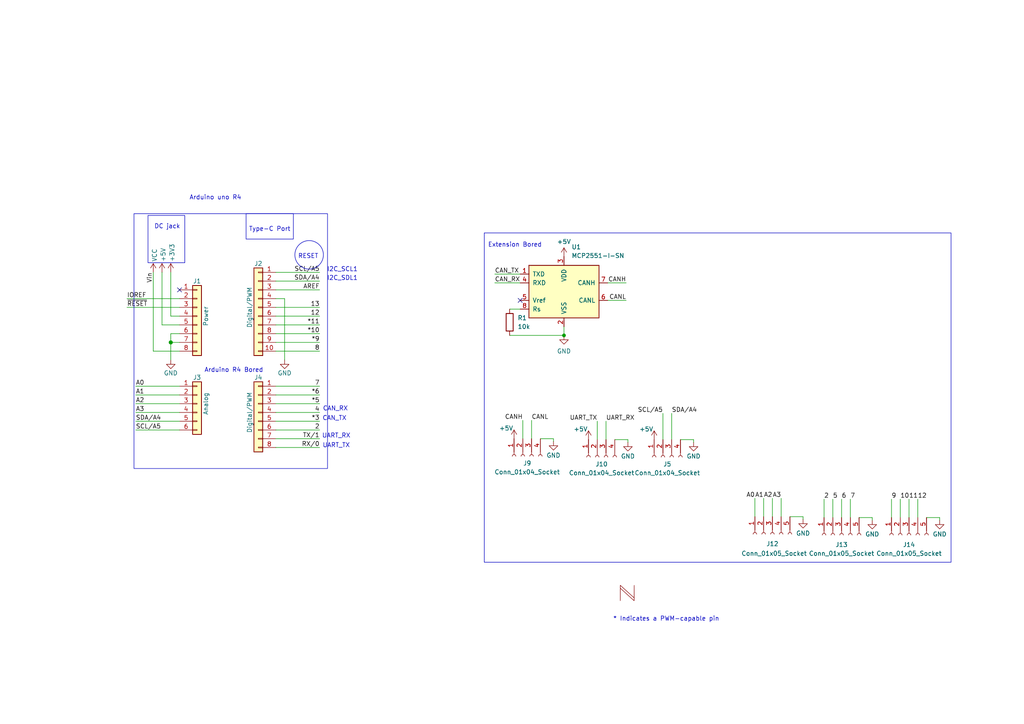
<source format=kicad_sch>
(kicad_sch
	(version 20231120)
	(generator "eeschema")
	(generator_version "8.0")
	(uuid "e63e39d7-6ac0-4ffd-8aa3-1841a4541b55")
	(paper "A4")
	(title_block
		(date "mar. 31 mars 2015")
	)
	(lib_symbols
		(symbol "Connector:Conn_01x04_Socket"
			(pin_names
				(offset 1.016) hide)
			(exclude_from_sim no)
			(in_bom yes)
			(on_board yes)
			(property "Reference" "J"
				(at 0 5.08 0)
				(effects
					(font
						(size 1.27 1.27)
					)
				)
			)
			(property "Value" "Conn_01x04_Socket"
				(at 0 -7.62 0)
				(effects
					(font
						(size 1.27 1.27)
					)
				)
			)
			(property "Footprint" ""
				(at 0 0 0)
				(effects
					(font
						(size 1.27 1.27)
					)
					(hide yes)
				)
			)
			(property "Datasheet" "~"
				(at 0 0 0)
				(effects
					(font
						(size 1.27 1.27)
					)
					(hide yes)
				)
			)
			(property "Description" "Generic connector, single row, 01x04, script generated"
				(at 0 0 0)
				(effects
					(font
						(size 1.27 1.27)
					)
					(hide yes)
				)
			)
			(property "ki_locked" ""
				(at 0 0 0)
				(effects
					(font
						(size 1.27 1.27)
					)
				)
			)
			(property "ki_keywords" "connector"
				(at 0 0 0)
				(effects
					(font
						(size 1.27 1.27)
					)
					(hide yes)
				)
			)
			(property "ki_fp_filters" "Connector*:*_1x??_*"
				(at 0 0 0)
				(effects
					(font
						(size 1.27 1.27)
					)
					(hide yes)
				)
			)
			(symbol "Conn_01x04_Socket_1_1"
				(arc
					(start 0 -4.572)
					(mid -0.5058 -5.08)
					(end 0 -5.588)
					(stroke
						(width 0.1524)
						(type default)
					)
					(fill
						(type none)
					)
				)
				(arc
					(start 0 -2.032)
					(mid -0.5058 -2.54)
					(end 0 -3.048)
					(stroke
						(width 0.1524)
						(type default)
					)
					(fill
						(type none)
					)
				)
				(polyline
					(pts
						(xy -1.27 -5.08) (xy -0.508 -5.08)
					)
					(stroke
						(width 0.1524)
						(type default)
					)
					(fill
						(type none)
					)
				)
				(polyline
					(pts
						(xy -1.27 -2.54) (xy -0.508 -2.54)
					)
					(stroke
						(width 0.1524)
						(type default)
					)
					(fill
						(type none)
					)
				)
				(polyline
					(pts
						(xy -1.27 0) (xy -0.508 0)
					)
					(stroke
						(width 0.1524)
						(type default)
					)
					(fill
						(type none)
					)
				)
				(polyline
					(pts
						(xy -1.27 2.54) (xy -0.508 2.54)
					)
					(stroke
						(width 0.1524)
						(type default)
					)
					(fill
						(type none)
					)
				)
				(arc
					(start 0 0.508)
					(mid -0.5058 0)
					(end 0 -0.508)
					(stroke
						(width 0.1524)
						(type default)
					)
					(fill
						(type none)
					)
				)
				(arc
					(start 0 3.048)
					(mid -0.5058 2.54)
					(end 0 2.032)
					(stroke
						(width 0.1524)
						(type default)
					)
					(fill
						(type none)
					)
				)
				(pin passive line
					(at -5.08 2.54 0)
					(length 3.81)
					(name "Pin_1"
						(effects
							(font
								(size 1.27 1.27)
							)
						)
					)
					(number "1"
						(effects
							(font
								(size 1.27 1.27)
							)
						)
					)
				)
				(pin passive line
					(at -5.08 0 0)
					(length 3.81)
					(name "Pin_2"
						(effects
							(font
								(size 1.27 1.27)
							)
						)
					)
					(number "2"
						(effects
							(font
								(size 1.27 1.27)
							)
						)
					)
				)
				(pin passive line
					(at -5.08 -2.54 0)
					(length 3.81)
					(name "Pin_3"
						(effects
							(font
								(size 1.27 1.27)
							)
						)
					)
					(number "3"
						(effects
							(font
								(size 1.27 1.27)
							)
						)
					)
				)
				(pin passive line
					(at -5.08 -5.08 0)
					(length 3.81)
					(name "Pin_4"
						(effects
							(font
								(size 1.27 1.27)
							)
						)
					)
					(number "4"
						(effects
							(font
								(size 1.27 1.27)
							)
						)
					)
				)
			)
		)
		(symbol "Connector:Conn_01x05_Socket"
			(pin_names
				(offset 1.016) hide)
			(exclude_from_sim no)
			(in_bom yes)
			(on_board yes)
			(property "Reference" "J"
				(at 0 7.62 0)
				(effects
					(font
						(size 1.27 1.27)
					)
				)
			)
			(property "Value" "Conn_01x05_Socket"
				(at 0 -7.62 0)
				(effects
					(font
						(size 1.27 1.27)
					)
				)
			)
			(property "Footprint" ""
				(at 0 0 0)
				(effects
					(font
						(size 1.27 1.27)
					)
					(hide yes)
				)
			)
			(property "Datasheet" "~"
				(at 0 0 0)
				(effects
					(font
						(size 1.27 1.27)
					)
					(hide yes)
				)
			)
			(property "Description" "Generic connector, single row, 01x05, script generated"
				(at 0 0 0)
				(effects
					(font
						(size 1.27 1.27)
					)
					(hide yes)
				)
			)
			(property "ki_locked" ""
				(at 0 0 0)
				(effects
					(font
						(size 1.27 1.27)
					)
				)
			)
			(property "ki_keywords" "connector"
				(at 0 0 0)
				(effects
					(font
						(size 1.27 1.27)
					)
					(hide yes)
				)
			)
			(property "ki_fp_filters" "Connector*:*_1x??_*"
				(at 0 0 0)
				(effects
					(font
						(size 1.27 1.27)
					)
					(hide yes)
				)
			)
			(symbol "Conn_01x05_Socket_1_1"
				(arc
					(start 0 -4.572)
					(mid -0.5058 -5.08)
					(end 0 -5.588)
					(stroke
						(width 0.1524)
						(type default)
					)
					(fill
						(type none)
					)
				)
				(arc
					(start 0 -2.032)
					(mid -0.5058 -2.54)
					(end 0 -3.048)
					(stroke
						(width 0.1524)
						(type default)
					)
					(fill
						(type none)
					)
				)
				(polyline
					(pts
						(xy -1.27 -5.08) (xy -0.508 -5.08)
					)
					(stroke
						(width 0.1524)
						(type default)
					)
					(fill
						(type none)
					)
				)
				(polyline
					(pts
						(xy -1.27 -2.54) (xy -0.508 -2.54)
					)
					(stroke
						(width 0.1524)
						(type default)
					)
					(fill
						(type none)
					)
				)
				(polyline
					(pts
						(xy -1.27 0) (xy -0.508 0)
					)
					(stroke
						(width 0.1524)
						(type default)
					)
					(fill
						(type none)
					)
				)
				(polyline
					(pts
						(xy -1.27 2.54) (xy -0.508 2.54)
					)
					(stroke
						(width 0.1524)
						(type default)
					)
					(fill
						(type none)
					)
				)
				(polyline
					(pts
						(xy -1.27 5.08) (xy -0.508 5.08)
					)
					(stroke
						(width 0.1524)
						(type default)
					)
					(fill
						(type none)
					)
				)
				(arc
					(start 0 0.508)
					(mid -0.5058 0)
					(end 0 -0.508)
					(stroke
						(width 0.1524)
						(type default)
					)
					(fill
						(type none)
					)
				)
				(arc
					(start 0 3.048)
					(mid -0.5058 2.54)
					(end 0 2.032)
					(stroke
						(width 0.1524)
						(type default)
					)
					(fill
						(type none)
					)
				)
				(arc
					(start 0 5.588)
					(mid -0.5058 5.08)
					(end 0 4.572)
					(stroke
						(width 0.1524)
						(type default)
					)
					(fill
						(type none)
					)
				)
				(pin passive line
					(at -5.08 5.08 0)
					(length 3.81)
					(name "Pin_1"
						(effects
							(font
								(size 1.27 1.27)
							)
						)
					)
					(number "1"
						(effects
							(font
								(size 1.27 1.27)
							)
						)
					)
				)
				(pin passive line
					(at -5.08 2.54 0)
					(length 3.81)
					(name "Pin_2"
						(effects
							(font
								(size 1.27 1.27)
							)
						)
					)
					(number "2"
						(effects
							(font
								(size 1.27 1.27)
							)
						)
					)
				)
				(pin passive line
					(at -5.08 0 0)
					(length 3.81)
					(name "Pin_3"
						(effects
							(font
								(size 1.27 1.27)
							)
						)
					)
					(number "3"
						(effects
							(font
								(size 1.27 1.27)
							)
						)
					)
				)
				(pin passive line
					(at -5.08 -2.54 0)
					(length 3.81)
					(name "Pin_4"
						(effects
							(font
								(size 1.27 1.27)
							)
						)
					)
					(number "4"
						(effects
							(font
								(size 1.27 1.27)
							)
						)
					)
				)
				(pin passive line
					(at -5.08 -5.08 0)
					(length 3.81)
					(name "Pin_5"
						(effects
							(font
								(size 1.27 1.27)
							)
						)
					)
					(number "5"
						(effects
							(font
								(size 1.27 1.27)
							)
						)
					)
				)
			)
		)
		(symbol "Connector_Generic:Conn_01x06"
			(pin_names
				(offset 1.016) hide)
			(exclude_from_sim no)
			(in_bom yes)
			(on_board yes)
			(property "Reference" "J"
				(at 0 7.62 0)
				(effects
					(font
						(size 1.27 1.27)
					)
				)
			)
			(property "Value" "Conn_01x06"
				(at 0 -10.16 0)
				(effects
					(font
						(size 1.27 1.27)
					)
				)
			)
			(property "Footprint" ""
				(at 0 0 0)
				(effects
					(font
						(size 1.27 1.27)
					)
					(hide yes)
				)
			)
			(property "Datasheet" "~"
				(at 0 0 0)
				(effects
					(font
						(size 1.27 1.27)
					)
					(hide yes)
				)
			)
			(property "Description" "Generic connector, single row, 01x06, script generated (kicad-library-utils/schlib/autogen/connector/)"
				(at 0 0 0)
				(effects
					(font
						(size 1.27 1.27)
					)
					(hide yes)
				)
			)
			(property "ki_keywords" "connector"
				(at 0 0 0)
				(effects
					(font
						(size 1.27 1.27)
					)
					(hide yes)
				)
			)
			(property "ki_fp_filters" "Connector*:*_1x??_*"
				(at 0 0 0)
				(effects
					(font
						(size 1.27 1.27)
					)
					(hide yes)
				)
			)
			(symbol "Conn_01x06_1_1"
				(rectangle
					(start -1.27 -7.493)
					(end 0 -7.747)
					(stroke
						(width 0.1524)
						(type default)
					)
					(fill
						(type none)
					)
				)
				(rectangle
					(start -1.27 -4.953)
					(end 0 -5.207)
					(stroke
						(width 0.1524)
						(type default)
					)
					(fill
						(type none)
					)
				)
				(rectangle
					(start -1.27 -2.413)
					(end 0 -2.667)
					(stroke
						(width 0.1524)
						(type default)
					)
					(fill
						(type none)
					)
				)
				(rectangle
					(start -1.27 0.127)
					(end 0 -0.127)
					(stroke
						(width 0.1524)
						(type default)
					)
					(fill
						(type none)
					)
				)
				(rectangle
					(start -1.27 2.667)
					(end 0 2.413)
					(stroke
						(width 0.1524)
						(type default)
					)
					(fill
						(type none)
					)
				)
				(rectangle
					(start -1.27 5.207)
					(end 0 4.953)
					(stroke
						(width 0.1524)
						(type default)
					)
					(fill
						(type none)
					)
				)
				(rectangle
					(start -1.27 6.35)
					(end 1.27 -8.89)
					(stroke
						(width 0.254)
						(type default)
					)
					(fill
						(type background)
					)
				)
				(pin passive line
					(at -5.08 5.08 0)
					(length 3.81)
					(name "Pin_1"
						(effects
							(font
								(size 1.27 1.27)
							)
						)
					)
					(number "1"
						(effects
							(font
								(size 1.27 1.27)
							)
						)
					)
				)
				(pin passive line
					(at -5.08 2.54 0)
					(length 3.81)
					(name "Pin_2"
						(effects
							(font
								(size 1.27 1.27)
							)
						)
					)
					(number "2"
						(effects
							(font
								(size 1.27 1.27)
							)
						)
					)
				)
				(pin passive line
					(at -5.08 0 0)
					(length 3.81)
					(name "Pin_3"
						(effects
							(font
								(size 1.27 1.27)
							)
						)
					)
					(number "3"
						(effects
							(font
								(size 1.27 1.27)
							)
						)
					)
				)
				(pin passive line
					(at -5.08 -2.54 0)
					(length 3.81)
					(name "Pin_4"
						(effects
							(font
								(size 1.27 1.27)
							)
						)
					)
					(number "4"
						(effects
							(font
								(size 1.27 1.27)
							)
						)
					)
				)
				(pin passive line
					(at -5.08 -5.08 0)
					(length 3.81)
					(name "Pin_5"
						(effects
							(font
								(size 1.27 1.27)
							)
						)
					)
					(number "5"
						(effects
							(font
								(size 1.27 1.27)
							)
						)
					)
				)
				(pin passive line
					(at -5.08 -7.62 0)
					(length 3.81)
					(name "Pin_6"
						(effects
							(font
								(size 1.27 1.27)
							)
						)
					)
					(number "6"
						(effects
							(font
								(size 1.27 1.27)
							)
						)
					)
				)
			)
		)
		(symbol "Connector_Generic:Conn_01x08"
			(pin_names
				(offset 1.016) hide)
			(exclude_from_sim no)
			(in_bom yes)
			(on_board yes)
			(property "Reference" "J"
				(at 0 10.16 0)
				(effects
					(font
						(size 1.27 1.27)
					)
				)
			)
			(property "Value" "Conn_01x08"
				(at 0 -12.7 0)
				(effects
					(font
						(size 1.27 1.27)
					)
				)
			)
			(property "Footprint" ""
				(at 0 0 0)
				(effects
					(font
						(size 1.27 1.27)
					)
					(hide yes)
				)
			)
			(property "Datasheet" "~"
				(at 0 0 0)
				(effects
					(font
						(size 1.27 1.27)
					)
					(hide yes)
				)
			)
			(property "Description" "Generic connector, single row, 01x08, script generated (kicad-library-utils/schlib/autogen/connector/)"
				(at 0 0 0)
				(effects
					(font
						(size 1.27 1.27)
					)
					(hide yes)
				)
			)
			(property "ki_keywords" "connector"
				(at 0 0 0)
				(effects
					(font
						(size 1.27 1.27)
					)
					(hide yes)
				)
			)
			(property "ki_fp_filters" "Connector*:*_1x??_*"
				(at 0 0 0)
				(effects
					(font
						(size 1.27 1.27)
					)
					(hide yes)
				)
			)
			(symbol "Conn_01x08_1_1"
				(rectangle
					(start -1.27 -10.033)
					(end 0 -10.287)
					(stroke
						(width 0.1524)
						(type default)
					)
					(fill
						(type none)
					)
				)
				(rectangle
					(start -1.27 -7.493)
					(end 0 -7.747)
					(stroke
						(width 0.1524)
						(type default)
					)
					(fill
						(type none)
					)
				)
				(rectangle
					(start -1.27 -4.953)
					(end 0 -5.207)
					(stroke
						(width 0.1524)
						(type default)
					)
					(fill
						(type none)
					)
				)
				(rectangle
					(start -1.27 -2.413)
					(end 0 -2.667)
					(stroke
						(width 0.1524)
						(type default)
					)
					(fill
						(type none)
					)
				)
				(rectangle
					(start -1.27 0.127)
					(end 0 -0.127)
					(stroke
						(width 0.1524)
						(type default)
					)
					(fill
						(type none)
					)
				)
				(rectangle
					(start -1.27 2.667)
					(end 0 2.413)
					(stroke
						(width 0.1524)
						(type default)
					)
					(fill
						(type none)
					)
				)
				(rectangle
					(start -1.27 5.207)
					(end 0 4.953)
					(stroke
						(width 0.1524)
						(type default)
					)
					(fill
						(type none)
					)
				)
				(rectangle
					(start -1.27 7.747)
					(end 0 7.493)
					(stroke
						(width 0.1524)
						(type default)
					)
					(fill
						(type none)
					)
				)
				(rectangle
					(start -1.27 8.89)
					(end 1.27 -11.43)
					(stroke
						(width 0.254)
						(type default)
					)
					(fill
						(type background)
					)
				)
				(pin passive line
					(at -5.08 7.62 0)
					(length 3.81)
					(name "Pin_1"
						(effects
							(font
								(size 1.27 1.27)
							)
						)
					)
					(number "1"
						(effects
							(font
								(size 1.27 1.27)
							)
						)
					)
				)
				(pin passive line
					(at -5.08 5.08 0)
					(length 3.81)
					(name "Pin_2"
						(effects
							(font
								(size 1.27 1.27)
							)
						)
					)
					(number "2"
						(effects
							(font
								(size 1.27 1.27)
							)
						)
					)
				)
				(pin passive line
					(at -5.08 2.54 0)
					(length 3.81)
					(name "Pin_3"
						(effects
							(font
								(size 1.27 1.27)
							)
						)
					)
					(number "3"
						(effects
							(font
								(size 1.27 1.27)
							)
						)
					)
				)
				(pin passive line
					(at -5.08 0 0)
					(length 3.81)
					(name "Pin_4"
						(effects
							(font
								(size 1.27 1.27)
							)
						)
					)
					(number "4"
						(effects
							(font
								(size 1.27 1.27)
							)
						)
					)
				)
				(pin passive line
					(at -5.08 -2.54 0)
					(length 3.81)
					(name "Pin_5"
						(effects
							(font
								(size 1.27 1.27)
							)
						)
					)
					(number "5"
						(effects
							(font
								(size 1.27 1.27)
							)
						)
					)
				)
				(pin passive line
					(at -5.08 -5.08 0)
					(length 3.81)
					(name "Pin_6"
						(effects
							(font
								(size 1.27 1.27)
							)
						)
					)
					(number "6"
						(effects
							(font
								(size 1.27 1.27)
							)
						)
					)
				)
				(pin passive line
					(at -5.08 -7.62 0)
					(length 3.81)
					(name "Pin_7"
						(effects
							(font
								(size 1.27 1.27)
							)
						)
					)
					(number "7"
						(effects
							(font
								(size 1.27 1.27)
							)
						)
					)
				)
				(pin passive line
					(at -5.08 -10.16 0)
					(length 3.81)
					(name "Pin_8"
						(effects
							(font
								(size 1.27 1.27)
							)
						)
					)
					(number "8"
						(effects
							(font
								(size 1.27 1.27)
							)
						)
					)
				)
			)
		)
		(symbol "Connector_Generic:Conn_01x10"
			(pin_names
				(offset 1.016) hide)
			(exclude_from_sim no)
			(in_bom yes)
			(on_board yes)
			(property "Reference" "J"
				(at 0 12.7 0)
				(effects
					(font
						(size 1.27 1.27)
					)
				)
			)
			(property "Value" "Conn_01x10"
				(at 0 -15.24 0)
				(effects
					(font
						(size 1.27 1.27)
					)
				)
			)
			(property "Footprint" ""
				(at 0 0 0)
				(effects
					(font
						(size 1.27 1.27)
					)
					(hide yes)
				)
			)
			(property "Datasheet" "~"
				(at 0 0 0)
				(effects
					(font
						(size 1.27 1.27)
					)
					(hide yes)
				)
			)
			(property "Description" "Generic connector, single row, 01x10, script generated (kicad-library-utils/schlib/autogen/connector/)"
				(at 0 0 0)
				(effects
					(font
						(size 1.27 1.27)
					)
					(hide yes)
				)
			)
			(property "ki_keywords" "connector"
				(at 0 0 0)
				(effects
					(font
						(size 1.27 1.27)
					)
					(hide yes)
				)
			)
			(property "ki_fp_filters" "Connector*:*_1x??_*"
				(at 0 0 0)
				(effects
					(font
						(size 1.27 1.27)
					)
					(hide yes)
				)
			)
			(symbol "Conn_01x10_1_1"
				(rectangle
					(start -1.27 -12.573)
					(end 0 -12.827)
					(stroke
						(width 0.1524)
						(type default)
					)
					(fill
						(type none)
					)
				)
				(rectangle
					(start -1.27 -10.033)
					(end 0 -10.287)
					(stroke
						(width 0.1524)
						(type default)
					)
					(fill
						(type none)
					)
				)
				(rectangle
					(start -1.27 -7.493)
					(end 0 -7.747)
					(stroke
						(width 0.1524)
						(type default)
					)
					(fill
						(type none)
					)
				)
				(rectangle
					(start -1.27 -4.953)
					(end 0 -5.207)
					(stroke
						(width 0.1524)
						(type default)
					)
					(fill
						(type none)
					)
				)
				(rectangle
					(start -1.27 -2.413)
					(end 0 -2.667)
					(stroke
						(width 0.1524)
						(type default)
					)
					(fill
						(type none)
					)
				)
				(rectangle
					(start -1.27 0.127)
					(end 0 -0.127)
					(stroke
						(width 0.1524)
						(type default)
					)
					(fill
						(type none)
					)
				)
				(rectangle
					(start -1.27 2.667)
					(end 0 2.413)
					(stroke
						(width 0.1524)
						(type default)
					)
					(fill
						(type none)
					)
				)
				(rectangle
					(start -1.27 5.207)
					(end 0 4.953)
					(stroke
						(width 0.1524)
						(type default)
					)
					(fill
						(type none)
					)
				)
				(rectangle
					(start -1.27 7.747)
					(end 0 7.493)
					(stroke
						(width 0.1524)
						(type default)
					)
					(fill
						(type none)
					)
				)
				(rectangle
					(start -1.27 10.287)
					(end 0 10.033)
					(stroke
						(width 0.1524)
						(type default)
					)
					(fill
						(type none)
					)
				)
				(rectangle
					(start -1.27 11.43)
					(end 1.27 -13.97)
					(stroke
						(width 0.254)
						(type default)
					)
					(fill
						(type background)
					)
				)
				(pin passive line
					(at -5.08 10.16 0)
					(length 3.81)
					(name "Pin_1"
						(effects
							(font
								(size 1.27 1.27)
							)
						)
					)
					(number "1"
						(effects
							(font
								(size 1.27 1.27)
							)
						)
					)
				)
				(pin passive line
					(at -5.08 -12.7 0)
					(length 3.81)
					(name "Pin_10"
						(effects
							(font
								(size 1.27 1.27)
							)
						)
					)
					(number "10"
						(effects
							(font
								(size 1.27 1.27)
							)
						)
					)
				)
				(pin passive line
					(at -5.08 7.62 0)
					(length 3.81)
					(name "Pin_2"
						(effects
							(font
								(size 1.27 1.27)
							)
						)
					)
					(number "2"
						(effects
							(font
								(size 1.27 1.27)
							)
						)
					)
				)
				(pin passive line
					(at -5.08 5.08 0)
					(length 3.81)
					(name "Pin_3"
						(effects
							(font
								(size 1.27 1.27)
							)
						)
					)
					(number "3"
						(effects
							(font
								(size 1.27 1.27)
							)
						)
					)
				)
				(pin passive line
					(at -5.08 2.54 0)
					(length 3.81)
					(name "Pin_4"
						(effects
							(font
								(size 1.27 1.27)
							)
						)
					)
					(number "4"
						(effects
							(font
								(size 1.27 1.27)
							)
						)
					)
				)
				(pin passive line
					(at -5.08 0 0)
					(length 3.81)
					(name "Pin_5"
						(effects
							(font
								(size 1.27 1.27)
							)
						)
					)
					(number "5"
						(effects
							(font
								(size 1.27 1.27)
							)
						)
					)
				)
				(pin passive line
					(at -5.08 -2.54 0)
					(length 3.81)
					(name "Pin_6"
						(effects
							(font
								(size 1.27 1.27)
							)
						)
					)
					(number "6"
						(effects
							(font
								(size 1.27 1.27)
							)
						)
					)
				)
				(pin passive line
					(at -5.08 -5.08 0)
					(length 3.81)
					(name "Pin_7"
						(effects
							(font
								(size 1.27 1.27)
							)
						)
					)
					(number "7"
						(effects
							(font
								(size 1.27 1.27)
							)
						)
					)
				)
				(pin passive line
					(at -5.08 -7.62 0)
					(length 3.81)
					(name "Pin_8"
						(effects
							(font
								(size 1.27 1.27)
							)
						)
					)
					(number "8"
						(effects
							(font
								(size 1.27 1.27)
							)
						)
					)
				)
				(pin passive line
					(at -5.08 -10.16 0)
					(length 3.81)
					(name "Pin_9"
						(effects
							(font
								(size 1.27 1.27)
							)
						)
					)
					(number "9"
						(effects
							(font
								(size 1.27 1.27)
							)
						)
					)
				)
			)
		)
		(symbol "Device:R"
			(pin_numbers hide)
			(pin_names
				(offset 0)
			)
			(exclude_from_sim no)
			(in_bom yes)
			(on_board yes)
			(property "Reference" "R"
				(at 2.032 0 90)
				(effects
					(font
						(size 1.27 1.27)
					)
				)
			)
			(property "Value" "R"
				(at 0 0 90)
				(effects
					(font
						(size 1.27 1.27)
					)
				)
			)
			(property "Footprint" ""
				(at -1.778 0 90)
				(effects
					(font
						(size 1.27 1.27)
					)
					(hide yes)
				)
			)
			(property "Datasheet" "~"
				(at 0 0 0)
				(effects
					(font
						(size 1.27 1.27)
					)
					(hide yes)
				)
			)
			(property "Description" "Resistor"
				(at 0 0 0)
				(effects
					(font
						(size 1.27 1.27)
					)
					(hide yes)
				)
			)
			(property "ki_keywords" "R res resistor"
				(at 0 0 0)
				(effects
					(font
						(size 1.27 1.27)
					)
					(hide yes)
				)
			)
			(property "ki_fp_filters" "R_*"
				(at 0 0 0)
				(effects
					(font
						(size 1.27 1.27)
					)
					(hide yes)
				)
			)
			(symbol "R_0_1"
				(rectangle
					(start -1.016 -2.54)
					(end 1.016 2.54)
					(stroke
						(width 0.254)
						(type default)
					)
					(fill
						(type none)
					)
				)
			)
			(symbol "R_1_1"
				(pin passive line
					(at 0 3.81 270)
					(length 1.27)
					(name "~"
						(effects
							(font
								(size 1.27 1.27)
							)
						)
					)
					(number "1"
						(effects
							(font
								(size 1.27 1.27)
							)
						)
					)
				)
				(pin passive line
					(at 0 -3.81 90)
					(length 1.27)
					(name "~"
						(effects
							(font
								(size 1.27 1.27)
							)
						)
					)
					(number "2"
						(effects
							(font
								(size 1.27 1.27)
							)
						)
					)
				)
			)
		)
		(symbol "Interface_CAN_LIN:MCP2551-I-SN"
			(pin_names
				(offset 1.016)
			)
			(exclude_from_sim no)
			(in_bom yes)
			(on_board yes)
			(property "Reference" "U"
				(at -10.16 8.89 0)
				(effects
					(font
						(size 1.27 1.27)
					)
					(justify left)
				)
			)
			(property "Value" "MCP2551-I-SN"
				(at 2.54 8.89 0)
				(effects
					(font
						(size 1.27 1.27)
					)
					(justify left)
				)
			)
			(property "Footprint" "Package_SO:SOIC-8_3.9x4.9mm_P1.27mm"
				(at 0 -12.7 0)
				(effects
					(font
						(size 1.27 1.27)
						(italic yes)
					)
					(hide yes)
				)
			)
			(property "Datasheet" "http://ww1.microchip.com/downloads/en/devicedoc/21667d.pdf"
				(at 0 0 0)
				(effects
					(font
						(size 1.27 1.27)
					)
					(hide yes)
				)
			)
			(property "Description" "High-Speed CAN Transceiver, 1Mbps, 5V supply, SOIC-8"
				(at 0 0 0)
				(effects
					(font
						(size 1.27 1.27)
					)
					(hide yes)
				)
			)
			(property "ki_keywords" "High-Speed CAN Transceiver"
				(at 0 0 0)
				(effects
					(font
						(size 1.27 1.27)
					)
					(hide yes)
				)
			)
			(property "ki_fp_filters" "SOIC*3.9x4.9mm*P1.27mm*"
				(at 0 0 0)
				(effects
					(font
						(size 1.27 1.27)
					)
					(hide yes)
				)
			)
			(symbol "MCP2551-I-SN_0_1"
				(rectangle
					(start -10.16 7.62)
					(end 10.16 -7.62)
					(stroke
						(width 0.254)
						(type default)
					)
					(fill
						(type background)
					)
				)
			)
			(symbol "MCP2551-I-SN_1_1"
				(pin input line
					(at -12.7 5.08 0)
					(length 2.54)
					(name "TXD"
						(effects
							(font
								(size 1.27 1.27)
							)
						)
					)
					(number "1"
						(effects
							(font
								(size 1.27 1.27)
							)
						)
					)
				)
				(pin power_in line
					(at 0 -10.16 90)
					(length 2.54)
					(name "VSS"
						(effects
							(font
								(size 1.27 1.27)
							)
						)
					)
					(number "2"
						(effects
							(font
								(size 1.27 1.27)
							)
						)
					)
				)
				(pin power_in line
					(at 0 10.16 270)
					(length 2.54)
					(name "VDD"
						(effects
							(font
								(size 1.27 1.27)
							)
						)
					)
					(number "3"
						(effects
							(font
								(size 1.27 1.27)
							)
						)
					)
				)
				(pin output line
					(at -12.7 2.54 0)
					(length 2.54)
					(name "RXD"
						(effects
							(font
								(size 1.27 1.27)
							)
						)
					)
					(number "4"
						(effects
							(font
								(size 1.27 1.27)
							)
						)
					)
				)
				(pin power_out line
					(at -12.7 -2.54 0)
					(length 2.54)
					(name "Vref"
						(effects
							(font
								(size 1.27 1.27)
							)
						)
					)
					(number "5"
						(effects
							(font
								(size 1.27 1.27)
							)
						)
					)
				)
				(pin bidirectional line
					(at 12.7 -2.54 180)
					(length 2.54)
					(name "CANL"
						(effects
							(font
								(size 1.27 1.27)
							)
						)
					)
					(number "6"
						(effects
							(font
								(size 1.27 1.27)
							)
						)
					)
				)
				(pin bidirectional line
					(at 12.7 2.54 180)
					(length 2.54)
					(name "CANH"
						(effects
							(font
								(size 1.27 1.27)
							)
						)
					)
					(number "7"
						(effects
							(font
								(size 1.27 1.27)
							)
						)
					)
				)
				(pin input line
					(at -12.7 -5.08 0)
					(length 2.54)
					(name "Rs"
						(effects
							(font
								(size 1.27 1.27)
							)
						)
					)
					(number "8"
						(effects
							(font
								(size 1.27 1.27)
							)
						)
					)
				)
			)
		)
		(symbol "power:+3V3"
			(power)
			(pin_names
				(offset 0)
			)
			(exclude_from_sim no)
			(in_bom yes)
			(on_board yes)
			(property "Reference" "#PWR"
				(at 0 -3.81 0)
				(effects
					(font
						(size 1.27 1.27)
					)
					(hide yes)
				)
			)
			(property "Value" "+3V3"
				(at 0 3.556 0)
				(effects
					(font
						(size 1.27 1.27)
					)
				)
			)
			(property "Footprint" ""
				(at 0 0 0)
				(effects
					(font
						(size 1.27 1.27)
					)
					(hide yes)
				)
			)
			(property "Datasheet" ""
				(at 0 0 0)
				(effects
					(font
						(size 1.27 1.27)
					)
					(hide yes)
				)
			)
			(property "Description" "Power symbol creates a global label with name \"+3V3\""
				(at 0 0 0)
				(effects
					(font
						(size 1.27 1.27)
					)
					(hide yes)
				)
			)
			(property "ki_keywords" "power-flag"
				(at 0 0 0)
				(effects
					(font
						(size 1.27 1.27)
					)
					(hide yes)
				)
			)
			(symbol "+3V3_0_1"
				(polyline
					(pts
						(xy -0.762 1.27) (xy 0 2.54)
					)
					(stroke
						(width 0)
						(type default)
					)
					(fill
						(type none)
					)
				)
				(polyline
					(pts
						(xy 0 0) (xy 0 2.54)
					)
					(stroke
						(width 0)
						(type default)
					)
					(fill
						(type none)
					)
				)
				(polyline
					(pts
						(xy 0 2.54) (xy 0.762 1.27)
					)
					(stroke
						(width 0)
						(type default)
					)
					(fill
						(type none)
					)
				)
			)
			(symbol "+3V3_1_1"
				(pin power_in line
					(at 0 0 90)
					(length 0) hide
					(name "+3V3"
						(effects
							(font
								(size 1.27 1.27)
							)
						)
					)
					(number "1"
						(effects
							(font
								(size 1.27 1.27)
							)
						)
					)
				)
			)
		)
		(symbol "power:+5V"
			(power)
			(pin_names
				(offset 0)
			)
			(exclude_from_sim no)
			(in_bom yes)
			(on_board yes)
			(property "Reference" "#PWR"
				(at 0 -3.81 0)
				(effects
					(font
						(size 1.27 1.27)
					)
					(hide yes)
				)
			)
			(property "Value" "+5V"
				(at 0 3.556 0)
				(effects
					(font
						(size 1.27 1.27)
					)
				)
			)
			(property "Footprint" ""
				(at 0 0 0)
				(effects
					(font
						(size 1.27 1.27)
					)
					(hide yes)
				)
			)
			(property "Datasheet" ""
				(at 0 0 0)
				(effects
					(font
						(size 1.27 1.27)
					)
					(hide yes)
				)
			)
			(property "Description" "Power symbol creates a global label with name \"+5V\""
				(at 0 0 0)
				(effects
					(font
						(size 1.27 1.27)
					)
					(hide yes)
				)
			)
			(property "ki_keywords" "power-flag"
				(at 0 0 0)
				(effects
					(font
						(size 1.27 1.27)
					)
					(hide yes)
				)
			)
			(symbol "+5V_0_1"
				(polyline
					(pts
						(xy -0.762 1.27) (xy 0 2.54)
					)
					(stroke
						(width 0)
						(type default)
					)
					(fill
						(type none)
					)
				)
				(polyline
					(pts
						(xy 0 0) (xy 0 2.54)
					)
					(stroke
						(width 0)
						(type default)
					)
					(fill
						(type none)
					)
				)
				(polyline
					(pts
						(xy 0 2.54) (xy 0.762 1.27)
					)
					(stroke
						(width 0)
						(type default)
					)
					(fill
						(type none)
					)
				)
			)
			(symbol "+5V_1_1"
				(pin power_in line
					(at 0 0 90)
					(length 0) hide
					(name "+5V"
						(effects
							(font
								(size 1.27 1.27)
							)
						)
					)
					(number "1"
						(effects
							(font
								(size 1.27 1.27)
							)
						)
					)
				)
			)
		)
		(symbol "power:GND"
			(power)
			(pin_names
				(offset 0)
			)
			(exclude_from_sim no)
			(in_bom yes)
			(on_board yes)
			(property "Reference" "#PWR"
				(at 0 -6.35 0)
				(effects
					(font
						(size 1.27 1.27)
					)
					(hide yes)
				)
			)
			(property "Value" "GND"
				(at 0 -3.81 0)
				(effects
					(font
						(size 1.27 1.27)
					)
				)
			)
			(property "Footprint" ""
				(at 0 0 0)
				(effects
					(font
						(size 1.27 1.27)
					)
					(hide yes)
				)
			)
			(property "Datasheet" ""
				(at 0 0 0)
				(effects
					(font
						(size 1.27 1.27)
					)
					(hide yes)
				)
			)
			(property "Description" "Power symbol creates a global label with name \"GND\" , ground"
				(at 0 0 0)
				(effects
					(font
						(size 1.27 1.27)
					)
					(hide yes)
				)
			)
			(property "ki_keywords" "power-flag"
				(at 0 0 0)
				(effects
					(font
						(size 1.27 1.27)
					)
					(hide yes)
				)
			)
			(symbol "GND_0_1"
				(polyline
					(pts
						(xy 0 0) (xy 0 -1.27) (xy 1.27 -1.27) (xy 0 -2.54) (xy -1.27 -1.27) (xy 0 -1.27)
					)
					(stroke
						(width 0)
						(type default)
					)
					(fill
						(type none)
					)
				)
			)
			(symbol "GND_1_1"
				(pin power_in line
					(at 0 0 270)
					(length 0) hide
					(name "GND"
						(effects
							(font
								(size 1.27 1.27)
							)
						)
					)
					(number "1"
						(effects
							(font
								(size 1.27 1.27)
							)
						)
					)
				)
			)
		)
		(symbol "power:VCC"
			(power)
			(pin_names
				(offset 0)
			)
			(exclude_from_sim no)
			(in_bom yes)
			(on_board yes)
			(property "Reference" "#PWR"
				(at 0 -3.81 0)
				(effects
					(font
						(size 1.27 1.27)
					)
					(hide yes)
				)
			)
			(property "Value" "VCC"
				(at 0 3.81 0)
				(effects
					(font
						(size 1.27 1.27)
					)
				)
			)
			(property "Footprint" ""
				(at 0 0 0)
				(effects
					(font
						(size 1.27 1.27)
					)
					(hide yes)
				)
			)
			(property "Datasheet" ""
				(at 0 0 0)
				(effects
					(font
						(size 1.27 1.27)
					)
					(hide yes)
				)
			)
			(property "Description" "Power symbol creates a global label with name \"VCC\""
				(at 0 0 0)
				(effects
					(font
						(size 1.27 1.27)
					)
					(hide yes)
				)
			)
			(property "ki_keywords" "power-flag"
				(at 0 0 0)
				(effects
					(font
						(size 1.27 1.27)
					)
					(hide yes)
				)
			)
			(symbol "VCC_0_1"
				(polyline
					(pts
						(xy -0.762 1.27) (xy 0 2.54)
					)
					(stroke
						(width 0)
						(type default)
					)
					(fill
						(type none)
					)
				)
				(polyline
					(pts
						(xy 0 0) (xy 0 2.54)
					)
					(stroke
						(width 0)
						(type default)
					)
					(fill
						(type none)
					)
				)
				(polyline
					(pts
						(xy 0 2.54) (xy 0.762 1.27)
					)
					(stroke
						(width 0)
						(type default)
					)
					(fill
						(type none)
					)
				)
			)
			(symbol "VCC_1_1"
				(pin power_in line
					(at 0 0 90)
					(length 0) hide
					(name "VCC"
						(effects
							(font
								(size 1.27 1.27)
							)
						)
					)
					(number "1"
						(effects
							(font
								(size 1.27 1.27)
							)
						)
					)
				)
			)
		)
		(symbol "自作:ロゴマーク 2年"
			(pin_names
				(offset 1.016)
			)
			(exclude_from_sim no)
			(in_bom yes)
			(on_board yes)
			(property "Reference" "#G"
				(at 0 1.8651 0)
				(effects
					(font
						(size 1.27 1.27)
					)
					(hide yes)
				)
			)
			(property "Value" "ロゴマーク 2年"
				(at 0 -1.8651 0)
				(effects
					(font
						(size 1.27 1.27)
					)
					(hide yes)
				)
			)
			(property "Footprint" ""
				(at 0 0 0)
				(effects
					(font
						(size 1.27 1.27)
					)
					(hide yes)
				)
			)
			(property "Datasheet" ""
				(at 0 0 0)
				(effects
					(font
						(size 1.27 1.27)
					)
					(hide yes)
				)
			)
			(property "Description" ""
				(at 0 0 0)
				(effects
					(font
						(size 1.27 1.27)
					)
					(hide yes)
				)
			)
			(symbol "ロゴマーク 2年_0_0"
				(polyline
					(pts
						(xy 2.0727 -2.2991) (xy 2.0742 -2.2964) (xy 2.0757 -2.2905) (xy 2.0771 -2.281) (xy 2.0783 -2.2672)
						(xy 2.0795 -2.2487) (xy 2.0805 -2.2249) (xy 2.0815 -2.1952) (xy 2.0823 -2.1591) (xy 2.0831 -2.1161)
						(xy 2.0837 -2.0656) (xy 2.0843 -2.007) (xy 2.0848 -1.9398) (xy 2.0853 -1.8635) (xy 2.0856 -1.7774)
						(xy 2.0859 -1.6811) (xy 2.0861 -1.574) (xy 2.0862 -1.4556) (xy 2.0863 -1.3253) (xy 2.0864 -1.1825)
						(xy 2.0863 -1.0267) (xy 2.0862 -0.8574) (xy 2.0861 -0.674) (xy 2.0859 -0.476) (xy 2.0857 -0.2627)
						(xy 2.0854 -0.0338) (xy 2.0852 0.1452) (xy 2.085 0.3598) (xy 2.0847 0.5591) (xy 2.0845 0.7438)
						(xy 2.0842 0.9143) (xy 2.0839 1.0711) (xy 2.0837 1.215) (xy 2.0834 1.3464) (xy 2.083 1.4659) (xy 2.0827 1.5741)
						(xy 2.0823 1.6715) (xy 2.0818 1.7587) (xy 2.0813 1.8363) (xy 2.0807 1.9048) (xy 2.0801 1.9648)
						(xy 2.0794 2.0169) (xy 2.0787 2.0615) (xy 2.0778 2.0994) (xy 2.0769 2.131) (xy 2.0758 2.1569)
						(xy 2.0747 2.1777) (xy 2.0735 2.1939) (xy 2.0721 2.2061) (xy 2.0706 2.2149) (xy 2.0691 2.2209)
						(xy 2.0673 2.2245) (xy 2.0655 2.2264) (xy 2.0635 2.2271) (xy 2.0613 2.2272) (xy 2.0596 2.2272)
						(xy 2.0574 2.2266) (xy 2.0553 2.225) (xy 2.0534 2.2215) (xy 2.0516 2.2157) (xy 2.05 2.2068) (xy 2.0485 2.1943)
						(xy 2.0472 2.1775) (xy 2.0459 2.1558) (xy 2.0448 2.1285) (xy 2.0438 2.0951) (xy 2.0429 2.0548)
						(xy 2.0421 2.0071) (xy 2.0413 1.9513) (xy 2.0406 1.8868) (xy 2.04 1.813) (xy 2.0394 1.7292) (xy 2.0388 1.6348)
						(xy 2.0383 1.5292) (xy 2.0378 1.4116) (xy 2.0373 1.2816) (xy 2.0368 1.1385) (xy 2.0362 0.9816)
						(xy 2.0357 0.8103) (xy 2.0351 0.624) (xy 2.0345 0.422) (xy 2.0292 -1.3832) (xy 0.0543 0.4067)
						(xy -0.0551 0.5059) (xy -0.2169 0.6526) (xy -0.3748 0.7959) (xy -0.5283 0.9351) (xy -0.6767 1.0699)
						(xy -0.8196 1.1997) (xy -0.9564 1.3241) (xy -1.0865 1.4424) (xy -1.2094 1.5543) (xy -1.3245 1.6592)
						(xy -1.4314 1.7566) (xy -1.5294 1.8461) (xy -1.618 1.927) (xy -1.6967 1.999) (xy -1.7649 2.0615)
						(xy -1.8221 2.1141) (xy -1.8676 2.1562) (xy -1.9011 2.1873) (xy -1.9218 2.2069) (xy -1.9294 2.2145)
						(xy -1.9385 2.2256) (xy -1.9598 2.2298) (xy -1.9815 2.2272) (xy -1.9815 2.1429) (xy -1.9275 2.1429)
						(xy -1.4537 1.7134) (xy -1.4243 1.6868) (xy -1.3628 1.6311) (xy -1.2891 1.5643) (xy -1.2039 1.4871)
						(xy -1.1083 1.4004) (xy -1.003 1.3051) (xy -0.889 1.2018) (xy -0.7673 1.0916) (xy -0.6388 0.9751)
						(xy -0.5043 0.8533) (xy -0.3647 0.7269) (xy -0.2211 0.5967) (xy -0.0742 0.4637) (xy 0.0749 0.3286)
						(xy 0.2254 0.1923) (xy 0.3764 0.0555) (xy 0.5269 -0.0808) (xy 2.0336 -1.4455) (xy 2.0341 -1.8344)
						(xy 2.0341 -1.8367) (xy 2.0341 -1.9144) (xy 2.034 -1.9869) (xy 2.0339 -2.0525) (xy 2.0336 -2.1098)
						(xy 2.0333 -2.157) (xy 2.0329 -2.1927) (xy 2.0324 -2.2153) (xy 2.0319 -2.2231) (xy 2.0291 -2.2209)
						(xy 2.0145 -2.2082) (xy 1.9888 -2.1853) (xy 1.9536 -2.1537) (xy 1.9107 -2.1149) (xy 1.8615 -2.0703)
						(xy 1.8078 -2.0216) (xy 1.8012 -2.0156) (xy 1.7705 -1.9876) (xy 1.7269 -1.948) (xy 1.6711 -1.8974)
						(xy 1.6037 -1.8363) (xy 1.5255 -1.7654) (xy 1.4371 -1.6852) (xy 1.3393 -1.5965) (xy 1.2326 -1.4997)
						(xy 1.1177 -1.3956) (xy 0.9954 -1.2847) (xy 0.8663 -1.1677) (xy 0.7311 -1.0451) (xy 0.5905 -0.9177)
						(xy 0.4451 -0.7859) (xy 0.2956 -0.6504) (xy 0.1428 -0.5119) (xy -0.0128 -0.3709) (xy -0.1704 -0.2281)
						(xy -1.9273 1.364) (xy -1.9274 1.7534) (xy -1.9275 2.1429) (xy -1.9815 2.1429) (xy -1.9812 -0.0282)
						(xy -1.9812 -0.034) (xy -1.9811 -0.2575) (xy -1.981 -0.4717) (xy -1.9808 -0.676) (xy -1.9805 -0.8702)
						(xy -1.9802 -1.0538) (xy -1.9798 -1.2264) (xy -1.9794 -1.3876) (xy -1.9788 -1.5369) (xy -1.9783 -1.6741)
						(xy -1.9777 -1.7986) (xy -1.977 -1.91) (xy -1.9763 -2.0081) (xy -1.9755 -2.0922) (xy -1.9747 -2.1622)
						(xy -1.9738 -2.2174) (xy -1.9729 -2.2576) (xy -1.972 -2.2823) (xy -1.971 -2.2912) (xy -1.9642 -2.2942)
						(xy -1.9443 -2.2938) (xy -1.9442 -2.2938) (xy -1.9423 -2.292) (xy -1.9406 -2.2876) (xy -1.939 -2.28)
						(xy -1.9375 -2.2686) (xy -1.9361 -2.2527) (xy -1.9349 -2.2318) (xy -1.9337 -2.2051) (xy -1.9327 -2.1721)
						(xy -1.9318 -2.1321) (xy -1.9309 -2.0846) (xy -1.9302 -2.0289) (xy -1.9295 -1.9644) (xy -1.9288 -1.8904)
						(xy -1.9283 -1.8064) (xy -1.9278 -1.7117) (xy -1.9273 -1.6057) (xy -1.9269 -1.4877) (xy -1.9265 -1.3572)
						(xy -1.9262 -1.2135) (xy -1.9258 -1.0561) (xy -1.9255 -0.8842) (xy -1.9252 -0.6972) (xy -1.9249 -0.4946)
						(xy -1.9222 1.2997) (xy -0.1125 -0.3404) (xy -0.0116 -0.4318) (xy 0.1462 -0.5749) (xy 0.3013 -0.7154)
						(xy 0.453 -0.8528) (xy 0.6005 -0.9866) (xy 0.7434 -1.116) (xy 0.8808 -1.2405) (xy 1.0123 -1.3596)
						(xy 1.1371 -1.4727) (xy 1.2546 -1.5791) (xy 1.3641 -1.6784) (xy 1.4651 -1.7698) (xy 1.5568 -1.8529)
						(xy 1.6386 -1.9269) (xy 1.7098 -1.9915) (xy 1.7699 -2.0459) (xy 1.8182 -2.0895) (xy 1.8539 -2.1219)
						(xy 1.8766 -2.1424) (xy 1.911 -2.1732) (xy 1.9659 -2.2215) (xy 2.0088 -2.2578) (xy 2.0403 -2.2825)
						(xy 2.0612 -2.2962) (xy 2.0721 -2.2995) (xy 2.0727 -2.2991)
					)
					(stroke
						(width 0.01)
						(type default)
					)
					(fill
						(type outline)
					)
				)
			)
		)
	)
	(junction
		(at 49.53 99.314)
		(diameter 1.016)
		(color 0 0 0 0)
		(uuid "3dcc657b-55a1-48e0-9667-e01e7b6b08b5")
	)
	(junction
		(at 163.576 97.282)
		(diameter 0)
		(color 0 0 0 0)
		(uuid "50be644b-5511-4d8a-b6a0-ffa4b884c57c")
	)
	(no_connect
		(at 150.876 87.122)
		(uuid "8d0b2fb1-99aa-42f7-b4a9-84bed2d231b6")
	)
	(no_connect
		(at 52.07 84.074)
		(uuid "d181157c-7812-47e5-a0cf-9580c905fc86")
	)
	(wire
		(pts
			(xy 80.01 129.794) (xy 92.71 129.794)
		)
		(stroke
			(width 0)
			(type solid)
		)
		(uuid "010ba307-2067-49d3-b0fa-6414143f3fc2")
	)
	(wire
		(pts
			(xy 80.01 96.774) (xy 92.71 96.774)
		)
		(stroke
			(width 0)
			(type solid)
		)
		(uuid "09480ba4-37da-45e3-b9fe-6beebf876349")
	)
	(wire
		(pts
			(xy 80.01 78.994) (xy 92.71 78.994)
		)
		(stroke
			(width 0)
			(type solid)
		)
		(uuid "0f5d2189-4ead-42fa-8f7a-cfa3af4de132")
	)
	(wire
		(pts
			(xy 244.094 144.78) (xy 244.094 150.114)
		)
		(stroke
			(width 0)
			(type default)
		)
		(uuid "129efd1d-8a15-4d39-bc2c-2a6773ea4bfb")
	)
	(wire
		(pts
			(xy 49.53 96.774) (xy 49.53 99.314)
		)
		(stroke
			(width 0)
			(type solid)
		)
		(uuid "1c31b835-925f-4a5c-92df-8f2558bb711b")
	)
	(wire
		(pts
			(xy 241.554 144.78) (xy 241.554 150.114)
		)
		(stroke
			(width 0)
			(type default)
		)
		(uuid "1f37e5d5-2475-4904-a8c4-ef7ba8888bf2")
	)
	(wire
		(pts
			(xy 39.37 124.714) (xy 52.07 124.714)
		)
		(stroke
			(width 0)
			(type solid)
		)
		(uuid "20854542-d0b0-4be7-af02-0e5fceb34e01")
	)
	(wire
		(pts
			(xy 246.634 144.78) (xy 246.634 150.114)
		)
		(stroke
			(width 0)
			(type default)
		)
		(uuid "23adeb88-858e-4f66-89c7-2a3ecdaf2ff5")
	)
	(wire
		(pts
			(xy 192.278 119.888) (xy 192.278 127.508)
		)
		(stroke
			(width 0)
			(type default)
		)
		(uuid "27e9e0fb-37c6-4c30-8355-9c3207e24699")
	)
	(wire
		(pts
			(xy 49.53 99.314) (xy 49.53 104.394)
		)
		(stroke
			(width 0)
			(type solid)
		)
		(uuid "2df788b2-ce68-49bc-a497-4b6570a17f30")
	)
	(wire
		(pts
			(xy 221.488 144.526) (xy 221.488 149.86)
		)
		(stroke
			(width 0)
			(type default)
		)
		(uuid "2e5fba6f-a164-48f0-adf7-ccae458a491f")
	)
	(wire
		(pts
			(xy 49.53 91.694) (xy 52.07 91.694)
		)
		(stroke
			(width 0)
			(type solid)
		)
		(uuid "3334b11d-5a13-40b4-a117-d693c543e4ab")
	)
	(wire
		(pts
			(xy 46.99 94.234) (xy 52.07 94.234)
		)
		(stroke
			(width 0)
			(type solid)
		)
		(uuid "3661f80c-fef8-4441-83be-df8930b3b45e")
	)
	(wire
		(pts
			(xy 46.99 78.994) (xy 46.99 94.234)
		)
		(stroke
			(width 0)
			(type solid)
		)
		(uuid "392bf1f6-bf67-427d-8d4c-0a87cb757556")
	)
	(wire
		(pts
			(xy 160.528 127.254) (xy 160.528 128.016)
		)
		(stroke
			(width 0)
			(type default)
		)
		(uuid "3beb81a2-a638-4aa8-a6d4-3bfa6b805213")
	)
	(wire
		(pts
			(xy 80.01 89.154) (xy 92.71 89.154)
		)
		(stroke
			(width 0)
			(type solid)
		)
		(uuid "4227fa6f-c399-4f14-8228-23e39d2b7e7d")
	)
	(wire
		(pts
			(xy 49.53 78.994) (xy 49.53 91.694)
		)
		(stroke
			(width 0)
			(type solid)
		)
		(uuid "442fb4de-4d55-45de-bc27-3e6222ceb890")
	)
	(wire
		(pts
			(xy 80.01 112.014) (xy 92.71 112.014)
		)
		(stroke
			(width 0)
			(type solid)
		)
		(uuid "4455ee2e-5642-42c1-a83b-f7e65fa0c2f1")
	)
	(wire
		(pts
			(xy 52.07 112.014) (xy 39.37 112.014)
		)
		(stroke
			(width 0)
			(type solid)
		)
		(uuid "486ca832-85f4-4989-b0f4-569faf9be534")
	)
	(wire
		(pts
			(xy 226.568 144.526) (xy 226.568 149.86)
		)
		(stroke
			(width 0)
			(type default)
		)
		(uuid "49be3eb9-2a21-4aa9-8c17-294a76913ee0")
	)
	(wire
		(pts
			(xy 80.01 91.694) (xy 92.71 91.694)
		)
		(stroke
			(width 0)
			(type solid)
		)
		(uuid "4a910b57-a5cd-4105-ab4f-bde2a80d4f00")
	)
	(wire
		(pts
			(xy 147.828 97.282) (xy 163.576 97.282)
		)
		(stroke
			(width 0)
			(type default)
		)
		(uuid "4ce1d9ff-fc2f-4390-be61-90066d6fb540")
	)
	(wire
		(pts
			(xy 272.542 150.114) (xy 272.542 150.876)
		)
		(stroke
			(width 0)
			(type default)
		)
		(uuid "4dac03c6-130a-4253-8761-1460e9af0da7")
	)
	(wire
		(pts
			(xy 80.01 114.554) (xy 92.71 114.554)
		)
		(stroke
			(width 0)
			(type solid)
		)
		(uuid "4e60e1af-19bd-45a0-b418-b7030b594dde")
	)
	(wire
		(pts
			(xy 181.61 82.042) (xy 176.276 82.042)
		)
		(stroke
			(width 0)
			(type default)
		)
		(uuid "51f15dfa-b359-4a44-a487-a2f190745eb3")
	)
	(wire
		(pts
			(xy 80.01 99.314) (xy 92.71 99.314)
		)
		(stroke
			(width 0)
			(type solid)
		)
		(uuid "63f2b71b-521b-4210-bf06-ed65e330fccc")
	)
	(wire
		(pts
			(xy 80.01 119.634) (xy 92.71 119.634)
		)
		(stroke
			(width 0)
			(type solid)
		)
		(uuid "6bb3ea5f-9e60-4add-9d97-244be2cf61d2")
	)
	(wire
		(pts
			(xy 175.768 122.174) (xy 175.768 127.508)
		)
		(stroke
			(width 0)
			(type default)
		)
		(uuid "6e7fd972-31c1-457a-b093-74e5d0549f1c")
	)
	(wire
		(pts
			(xy 36.83 86.614) (xy 52.07 86.614)
		)
		(stroke
			(width 0)
			(type solid)
		)
		(uuid "73d4774c-1387-4550-b580-a1cc0ac89b89")
	)
	(wire
		(pts
			(xy 249.174 150.114) (xy 252.984 150.114)
		)
		(stroke
			(width 0)
			(type default)
		)
		(uuid "7627da17-b665-4559-a31c-333497d30815")
	)
	(wire
		(pts
			(xy 82.55 86.614) (xy 82.55 104.394)
		)
		(stroke
			(width 0)
			(type solid)
		)
		(uuid "84ce350c-b0c1-4e69-9ab2-f7ec7b8bb312")
	)
	(wire
		(pts
			(xy 181.61 87.122) (xy 176.276 87.122)
		)
		(stroke
			(width 0)
			(type default)
		)
		(uuid "8539b1c8-8102-4128-beb6-4a97d7b9c911")
	)
	(wire
		(pts
			(xy 80.01 84.074) (xy 92.71 84.074)
		)
		(stroke
			(width 0)
			(type solid)
		)
		(uuid "8a3d35a2-f0f6-4dec-a606-7c8e288ca828")
	)
	(wire
		(pts
			(xy 268.732 150.114) (xy 272.542 150.114)
		)
		(stroke
			(width 0)
			(type default)
		)
		(uuid "8be53533-5a0e-46e6-8691-82da3c719714")
	)
	(wire
		(pts
			(xy 151.638 121.92) (xy 151.638 127.254)
		)
		(stroke
			(width 0)
			(type default)
		)
		(uuid "903d8f8d-1568-4077-9c4d-31550658c38a")
	)
	(wire
		(pts
			(xy 52.07 117.094) (xy 39.37 117.094)
		)
		(stroke
			(width 0)
			(type solid)
		)
		(uuid "9377eb1a-3b12-438c-8ebd-f86ace1e8d25")
	)
	(wire
		(pts
			(xy 36.83 89.154) (xy 52.07 89.154)
		)
		(stroke
			(width 0)
			(type solid)
		)
		(uuid "93e52853-9d1e-4afe-aee8-b825ab9f5d09")
	)
	(wire
		(pts
			(xy 52.07 99.314) (xy 49.53 99.314)
		)
		(stroke
			(width 0)
			(type solid)
		)
		(uuid "97df9ac9-dbb8-472e-b84f-3684d0eb5efc")
	)
	(wire
		(pts
			(xy 182.118 127.508) (xy 182.118 128.27)
		)
		(stroke
			(width 0)
			(type default)
		)
		(uuid "9de83e65-5606-4340-abd9-8fbc75378108")
	)
	(wire
		(pts
			(xy 52.07 101.854) (xy 44.45 101.854)
		)
		(stroke
			(width 0)
			(type solid)
		)
		(uuid "a7518f9d-05df-4211-ba17-5d615f04ec46")
	)
	(wire
		(pts
			(xy 229.108 149.86) (xy 232.918 149.86)
		)
		(stroke
			(width 0)
			(type default)
		)
		(uuid "aa705285-1670-4c17-8f96-abbca1be0f8f")
	)
	(wire
		(pts
			(xy 39.37 114.554) (xy 52.07 114.554)
		)
		(stroke
			(width 0)
			(type solid)
		)
		(uuid "aab97e46-23d6-4cbf-8684-537b94306d68")
	)
	(wire
		(pts
			(xy 147.828 89.662) (xy 150.876 89.662)
		)
		(stroke
			(width 0)
			(type default)
		)
		(uuid "acc87b67-513b-4ce2-89b0-c00dcaa5b889")
	)
	(wire
		(pts
			(xy 197.358 127.508) (xy 201.168 127.508)
		)
		(stroke
			(width 0)
			(type default)
		)
		(uuid "ad201cbc-ea31-4b88-87cd-daedcee66d5c")
	)
	(wire
		(pts
			(xy 266.192 144.78) (xy 266.192 150.114)
		)
		(stroke
			(width 0)
			(type default)
		)
		(uuid "b31be88e-7ea1-40ab-ba89-b8f4b00e2cbb")
	)
	(wire
		(pts
			(xy 258.572 144.78) (xy 258.572 150.114)
		)
		(stroke
			(width 0)
			(type default)
		)
		(uuid "b5149695-e55a-4ef2-8377-14cd5ce77c61")
	)
	(wire
		(pts
			(xy 252.984 150.114) (xy 252.984 150.876)
		)
		(stroke
			(width 0)
			(type default)
		)
		(uuid "b64bef8d-ee9f-4696-af7e-c419bb03b8be")
	)
	(wire
		(pts
			(xy 173.228 122.174) (xy 173.228 127.508)
		)
		(stroke
			(width 0)
			(type default)
		)
		(uuid "b841f6bb-7c5c-4dbc-9d54-5aabde4570b0")
	)
	(wire
		(pts
			(xy 80.01 86.614) (xy 82.55 86.614)
		)
		(stroke
			(width 0)
			(type solid)
		)
		(uuid "bcbc7302-8a54-4b9b-98b9-f277f1b20941")
	)
	(wire
		(pts
			(xy 156.718 127.254) (xy 160.528 127.254)
		)
		(stroke
			(width 0)
			(type default)
		)
		(uuid "c094289d-fe93-4511-86d5-71b7c9c4fbe7")
	)
	(wire
		(pts
			(xy 143.51 79.502) (xy 150.876 79.502)
		)
		(stroke
			(width 0)
			(type default)
		)
		(uuid "c0faca84-32b0-497b-8188-0c109cbc9244")
	)
	(wire
		(pts
			(xy 52.07 96.774) (xy 49.53 96.774)
		)
		(stroke
			(width 0)
			(type solid)
		)
		(uuid "c12796ad-cf20-466f-9ab3-9cf441392c32")
	)
	(wire
		(pts
			(xy 201.168 127.508) (xy 201.168 128.27)
		)
		(stroke
			(width 0)
			(type default)
		)
		(uuid "c511d6f9-0a87-4249-a9b8-150da8e80f8b")
	)
	(wire
		(pts
			(xy 154.178 121.92) (xy 154.178 127.254)
		)
		(stroke
			(width 0)
			(type default)
		)
		(uuid "c6bcd4d9-e97a-45f7-b9fe-b8a1104e89a1")
	)
	(wire
		(pts
			(xy 218.948 144.526) (xy 218.948 149.86)
		)
		(stroke
			(width 0)
			(type default)
		)
		(uuid "c6d9722a-4674-40fa-ab00-4102da8e6645")
	)
	(wire
		(pts
			(xy 80.01 94.234) (xy 92.71 94.234)
		)
		(stroke
			(width 0)
			(type solid)
		)
		(uuid "c722a1ff-12f1-49e5-88a4-44ffeb509ca2")
	)
	(wire
		(pts
			(xy 80.01 117.094) (xy 92.71 117.094)
		)
		(stroke
			(width 0)
			(type solid)
		)
		(uuid "cfe99980-2d98-4372-b495-04c53027340b")
	)
	(wire
		(pts
			(xy 39.37 119.634) (xy 52.07 119.634)
		)
		(stroke
			(width 0)
			(type solid)
		)
		(uuid "d3042136-2605-44b2-aebb-5484a9c90933")
	)
	(wire
		(pts
			(xy 178.308 127.508) (xy 182.118 127.508)
		)
		(stroke
			(width 0)
			(type default)
		)
		(uuid "d78919fa-a162-466d-bde3-35e0f597ac95")
	)
	(wire
		(pts
			(xy 263.652 144.78) (xy 263.652 150.114)
		)
		(stroke
			(width 0)
			(type default)
		)
		(uuid "da0967d1-df3c-4518-b437-d1db70c16358")
	)
	(wire
		(pts
			(xy 261.112 144.78) (xy 261.112 150.114)
		)
		(stroke
			(width 0)
			(type default)
		)
		(uuid "da121616-29f5-4dec-b01c-9e93bc1213c6")
	)
	(wire
		(pts
			(xy 239.014 144.78) (xy 239.014 150.114)
		)
		(stroke
			(width 0)
			(type default)
		)
		(uuid "dc2b8119-ec33-41ca-a90b-cdcc84266b60")
	)
	(wire
		(pts
			(xy 194.818 119.888) (xy 194.818 127.508)
		)
		(stroke
			(width 0)
			(type default)
		)
		(uuid "de75c709-38e6-48b3-a4a8-32fb2e6aec2b")
	)
	(wire
		(pts
			(xy 224.028 144.526) (xy 224.028 149.86)
		)
		(stroke
			(width 0)
			(type default)
		)
		(uuid "df4d4126-ff65-4b80-9854-04ee231ff721")
	)
	(wire
		(pts
			(xy 163.576 94.742) (xy 163.576 97.282)
		)
		(stroke
			(width 0)
			(type default)
		)
		(uuid "e5a384c0-8cdc-4ba6-bb15-f93b9ec0d634")
	)
	(wire
		(pts
			(xy 80.01 81.534) (xy 92.71 81.534)
		)
		(stroke
			(width 0)
			(type solid)
		)
		(uuid "e7278977-132b-4777-9eb4-7d93363a4379")
	)
	(wire
		(pts
			(xy 80.01 124.714) (xy 92.71 124.714)
		)
		(stroke
			(width 0)
			(type solid)
		)
		(uuid "e9bdd59b-3252-4c44-a357-6fa1af0c210c")
	)
	(wire
		(pts
			(xy 80.01 122.174) (xy 92.71 122.174)
		)
		(stroke
			(width 0)
			(type solid)
		)
		(uuid "ec76dcc9-9949-4dda-bd76-046204829cb4")
	)
	(wire
		(pts
			(xy 143.51 82.042) (xy 150.876 82.042)
		)
		(stroke
			(width 0)
			(type default)
		)
		(uuid "edf3defb-ef48-4467-8fc2-fffc049fe5da")
	)
	(wire
		(pts
			(xy 80.01 127.254) (xy 92.71 127.254)
		)
		(stroke
			(width 0)
			(type solid)
		)
		(uuid "f853d1d4-c722-44df-98bf-4a6114204628")
	)
	(wire
		(pts
			(xy 44.45 101.854) (xy 44.45 78.994)
		)
		(stroke
			(width 0)
			(type solid)
		)
		(uuid "f8de70cd-e47d-4e80-8f3a-077e9df93aa8")
	)
	(wire
		(pts
			(xy 232.918 149.86) (xy 232.918 150.622)
		)
		(stroke
			(width 0)
			(type default)
		)
		(uuid "fb387265-b8b8-42bf-b6ff-65906bab47d9")
	)
	(wire
		(pts
			(xy 52.07 122.174) (xy 39.37 122.174)
		)
		(stroke
			(width 0)
			(type solid)
		)
		(uuid "fc39c32d-65b8-4d16-9db5-de89c54a1206")
	)
	(wire
		(pts
			(xy 80.01 101.854) (xy 92.71 101.854)
		)
		(stroke
			(width 0)
			(type solid)
		)
		(uuid "fe837306-92d0-4847-ad21-76c47ae932d1")
	)
	(rectangle
		(start 71.374 61.976)
		(end 85.09 69.342)
		(stroke
			(width 0)
			(type default)
		)
		(fill
			(type none)
		)
		(uuid 1bf81950-987c-402f-8e2c-1d8c7fd8142b)
	)
	(rectangle
		(start 38.862 61.976)
		(end 94.996 135.89)
		(stroke
			(width 0)
			(type default)
		)
		(fill
			(type none)
		)
		(uuid 41bf7f78-7d5f-4d6e-93e8-cb07d75829f8)
	)
	(circle
		(center 89.662 73.914)
		(radius 4.1348)
		(stroke
			(width 0)
			(type default)
		)
		(fill
			(type none)
		)
		(uuid 6771f688-6c86-49f1-85b7-958fc950abba)
	)
	(rectangle
		(start 42.926 62.484)
		(end 53.594 76.2)
		(stroke
			(width 0)
			(type default)
		)
		(fill
			(type none)
		)
		(uuid 9774089a-c504-4cd2-b59b-f5bc70e9561e)
	)
	(rectangle
		(start 140.462 67.564)
		(end 275.844 163.068)
		(stroke
			(width 0)
			(type default)
		)
		(fill
			(type none)
		)
		(uuid b7404dae-d165-4e60-8ab6-15914657d8e4)
	)
	(text "DC jack\n"
		(exclude_from_sim no)
		(at 48.514 65.786 0)
		(effects
			(font
				(size 1.27 1.27)
			)
		)
		(uuid "1cda5504-337a-463b-a51b-59e6198cff14")
	)
	(text "UART_RX"
		(exclude_from_sim no)
		(at 97.536 126.492 0)
		(effects
			(font
				(size 1.27 1.27)
			)
		)
		(uuid "3451ac78-1b37-4bce-83ff-fbf96ef6244b")
	)
	(text "Arduino R4 Bored\n"
		(exclude_from_sim no)
		(at 67.818 107.442 0)
		(effects
			(font
				(size 1.27 1.27)
			)
		)
		(uuid "508f226e-ca13-4e48-959d-1f5e27c69d63")
	)
	(text "UART_TX"
		(exclude_from_sim no)
		(at 97.536 129.286 0)
		(effects
			(font
				(size 1.27 1.27)
			)
		)
		(uuid "738ac5b0-e680-4a47-9190-0163bcd076c2")
	)
	(text "Arduino uno R4"
		(exclude_from_sim no)
		(at 62.484 57.404 0)
		(effects
			(font
				(size 1.27 1.27)
			)
		)
		(uuid "778d9ca9-e3d3-46c9-a890-63d4dcf97fb3")
	)
	(text "Extension Bored"
		(exclude_from_sim no)
		(at 149.352 71.12 0)
		(effects
			(font
				(size 1.27 1.27)
			)
		)
		(uuid "89178cab-6874-4cbc-808d-2395f5a79fe6")
	)
	(text "I2C_SDL1"
		(exclude_from_sim no)
		(at 99.314 80.772 0)
		(effects
			(font
				(size 1.27 1.27)
			)
		)
		(uuid "a129ed81-f383-42fe-b306-f247fe90f853")
	)
	(text "* Indicates a PWM-capable pin"
		(exclude_from_sim no)
		(at 177.8 180.34 0)
		(effects
			(font
				(size 1.27 1.27)
			)
			(justify left bottom)
		)
		(uuid "c364973a-9a67-4667-8185-a3a5c6c6cbdf")
	)
	(text "RESET\n"
		(exclude_from_sim no)
		(at 89.408 74.422 0)
		(effects
			(font
				(size 1.27 1.27)
			)
		)
		(uuid "c4f3b09c-0252-476b-9a55-ea51d3124cc6")
	)
	(text "CAN_RX"
		(exclude_from_sim no)
		(at 97.282 118.618 0)
		(effects
			(font
				(size 1.27 1.27)
			)
		)
		(uuid "dd32abba-8722-4c55-8100-4bc9fe920a12")
	)
	(text "CAN_TX"
		(exclude_from_sim no)
		(at 97.028 121.412 0)
		(effects
			(font
				(size 1.27 1.27)
			)
		)
		(uuid "e93dc761-f888-4d8f-937b-e96fa591fa74")
	)
	(text "I2C_SCL1"
		(exclude_from_sim no)
		(at 99.314 78.232 0)
		(effects
			(font
				(size 1.27 1.27)
			)
		)
		(uuid "f0ffe8a7-7266-4534-8210-3b0903197381")
	)
	(text "Type-C Port\n"
		(exclude_from_sim no)
		(at 78.232 66.548 0)
		(effects
			(font
				(size 1.27 1.27)
			)
		)
		(uuid "fe6f5786-7e4f-44e9-95ca-e896d2a2fdc3")
	)
	(label "RX{slash}0"
		(at 92.71 129.794 180)
		(fields_autoplaced yes)
		(effects
			(font
				(size 1.27 1.27)
			)
			(justify right bottom)
		)
		(uuid "01ea9310-cf66-436b-9b89-1a2f4237b59e")
	)
	(label "A2"
		(at 39.37 117.094 0)
		(fields_autoplaced yes)
		(effects
			(font
				(size 1.27 1.27)
			)
			(justify left bottom)
		)
		(uuid "09251fd4-af37-4d86-8951-1faaac710ffa")
	)
	(label "6"
		(at 244.094 144.78 0)
		(fields_autoplaced yes)
		(effects
			(font
				(size 1.27 1.27)
			)
			(justify left bottom)
		)
		(uuid "0b62927e-c925-4cfc-b449-c5152883ad17")
	)
	(label "4"
		(at 92.71 119.634 180)
		(fields_autoplaced yes)
		(effects
			(font
				(size 1.27 1.27)
			)
			(justify right bottom)
		)
		(uuid "0d8cfe6d-11bf-42b9-9752-f9a5a76bce7e")
	)
	(label "2"
		(at 239.014 144.78 0)
		(fields_autoplaced yes)
		(effects
			(font
				(size 1.27 1.27)
			)
			(justify left bottom)
		)
		(uuid "23852f20-f85a-4793-91e2-f19372f062d2")
	)
	(label "2"
		(at 92.71 124.714 180)
		(fields_autoplaced yes)
		(effects
			(font
				(size 1.27 1.27)
			)
			(justify right bottom)
		)
		(uuid "23f0c933-49f0-4410-a8db-8b017f48dadc")
	)
	(label "A3"
		(at 39.37 119.634 0)
		(fields_autoplaced yes)
		(effects
			(font
				(size 1.27 1.27)
			)
			(justify left bottom)
		)
		(uuid "2c60ab74-0590-423b-8921-6f3212a358d2")
	)
	(label "13"
		(at 92.71 89.154 180)
		(fields_autoplaced yes)
		(effects
			(font
				(size 1.27 1.27)
			)
			(justify right bottom)
		)
		(uuid "35bc5b35-b7b2-44d5-bbed-557f428649b2")
	)
	(label "CAN_TX"
		(at 143.51 79.502 0)
		(fields_autoplaced yes)
		(effects
			(font
				(size 1.27 1.27)
			)
			(justify left bottom)
		)
		(uuid "3665bea1-f452-46d0-b32a-e62b7a87ca09")
	)
	(label "12"
		(at 92.71 91.694 180)
		(fields_autoplaced yes)
		(effects
			(font
				(size 1.27 1.27)
			)
			(justify right bottom)
		)
		(uuid "3ffaa3b1-1d78-4c7b-bdf9-f1a8019c92fd")
	)
	(label "~{RESET}"
		(at 36.83 89.154 0)
		(fields_autoplaced yes)
		(effects
			(font
				(size 1.27 1.27)
			)
			(justify left bottom)
		)
		(uuid "49585dba-cfa7-4813-841e-9d900d43ecf4")
	)
	(label "*10"
		(at 92.71 96.774 180)
		(fields_autoplaced yes)
		(effects
			(font
				(size 1.27 1.27)
			)
			(justify right bottom)
		)
		(uuid "54be04e4-fffa-4f7f-8a5f-d0de81314e8f")
	)
	(label "5"
		(at 241.554 144.78 0)
		(fields_autoplaced yes)
		(effects
			(font
				(size 1.27 1.27)
			)
			(justify left bottom)
		)
		(uuid "5da779cf-8ad2-4e09-96f9-6ffa91921ee8")
	)
	(label "SDA{slash}A4"
		(at 194.818 119.888 0)
		(fields_autoplaced yes)
		(effects
			(font
				(size 1.27 1.27)
			)
			(justify left bottom)
		)
		(uuid "5f800028-92e4-4fba-b7d4-62c143fb3886")
	)
	(label "CANH"
		(at 181.61 82.042 180)
		(fields_autoplaced yes)
		(effects
			(font
				(size 1.27 1.27)
			)
			(justify right bottom)
		)
		(uuid "77118a5d-890f-45a0-afde-e404c78efd6d")
	)
	(label "UART_TX"
		(at 173.228 122.174 180)
		(fields_autoplaced yes)
		(effects
			(font
				(size 1.27 1.27)
			)
			(justify right bottom)
		)
		(uuid "7b1f5998-d0f3-438e-9603-e1256d80e97f")
	)
	(label "SCL{slash}A5"
		(at 192.278 119.888 180)
		(fields_autoplaced yes)
		(effects
			(font
				(size 1.27 1.27)
			)
			(justify right bottom)
		)
		(uuid "835dc266-c66b-4ed1-81de-ebdd5da78270")
	)
	(label "7"
		(at 92.71 112.014 180)
		(fields_autoplaced yes)
		(effects
			(font
				(size 1.27 1.27)
			)
			(justify right bottom)
		)
		(uuid "873d2c88-519e-482f-a3ed-2484e5f9417e")
	)
	(label "SDA{slash}A4"
		(at 92.71 81.534 180)
		(fields_autoplaced yes)
		(effects
			(font
				(size 1.27 1.27)
			)
			(justify right bottom)
		)
		(uuid "8885a9dc-224d-44c5-8601-05c1d9983e09")
	)
	(label "8"
		(at 92.71 101.854 180)
		(fields_autoplaced yes)
		(effects
			(font
				(size 1.27 1.27)
			)
			(justify right bottom)
		)
		(uuid "89b0e564-e7aa-4224-80c9-3f0614fede8f")
	)
	(label "7"
		(at 246.634 144.78 0)
		(fields_autoplaced yes)
		(effects
			(font
				(size 1.27 1.27)
			)
			(justify left bottom)
		)
		(uuid "93c19dd1-015d-43d1-b4a8-643ed41ddf81")
	)
	(label "A2"
		(at 224.028 144.526 180)
		(fields_autoplaced yes)
		(effects
			(font
				(size 1.27 1.27)
			)
			(justify right bottom)
		)
		(uuid "958bd586-14c4-470b-b333-39a47ad77967")
	)
	(label "A1"
		(at 221.488 144.526 180)
		(fields_autoplaced yes)
		(effects
			(font
				(size 1.27 1.27)
			)
			(justify right bottom)
		)
		(uuid "98160f24-ca90-4109-b331-459d43d14758")
	)
	(label "*11"
		(at 92.71 94.234 180)
		(fields_autoplaced yes)
		(effects
			(font
				(size 1.27 1.27)
			)
			(justify right bottom)
		)
		(uuid "9ad5a781-2469-4c8f-8abf-a1c3586f7cb7")
	)
	(label "*3"
		(at 92.71 122.174 180)
		(fields_autoplaced yes)
		(effects
			(font
				(size 1.27 1.27)
			)
			(justify right bottom)
		)
		(uuid "9cccf5f9-68a4-4e61-b418-6185dd6a5f9a")
	)
	(label "11"
		(at 263.652 144.78 0)
		(fields_autoplaced yes)
		(effects
			(font
				(size 1.27 1.27)
			)
			(justify left bottom)
		)
		(uuid "a5f52b54-ee81-41b2-9367-fd0333073eff")
	)
	(label "A1"
		(at 39.37 114.554 0)
		(fields_autoplaced yes)
		(effects
			(font
				(size 1.27 1.27)
			)
			(justify left bottom)
		)
		(uuid "acc9991b-1bdd-4544-9a08-4037937485cb")
	)
	(label "TX{slash}1"
		(at 92.71 127.254 180)
		(fields_autoplaced yes)
		(effects
			(font
				(size 1.27 1.27)
			)
			(justify right bottom)
		)
		(uuid "ae2c9582-b445-44bd-b371-7fc74f6cf852")
	)
	(label "CANL"
		(at 154.178 121.92 0)
		(fields_autoplaced yes)
		(effects
			(font
				(size 1.27 1.27)
			)
			(justify left bottom)
		)
		(uuid "ae4c8502-6348-47ac-b25d-2fc0849f1627")
	)
	(label "12"
		(at 266.192 144.78 0)
		(fields_autoplaced yes)
		(effects
			(font
				(size 1.27 1.27)
			)
			(justify left bottom)
		)
		(uuid "b302072e-815c-431d-a529-59b4ef6689fe")
	)
	(label "A3"
		(at 226.568 144.526 180)
		(fields_autoplaced yes)
		(effects
			(font
				(size 1.27 1.27)
			)
			(justify right bottom)
		)
		(uuid "b625c92c-e46d-449d-980e-7074832a60a4")
	)
	(label "A0"
		(at 39.37 112.014 0)
		(fields_autoplaced yes)
		(effects
			(font
				(size 1.27 1.27)
			)
			(justify left bottom)
		)
		(uuid "ba02dc27-26a3-4648-b0aa-06b6dcaf001f")
	)
	(label "AREF"
		(at 92.71 84.074 180)
		(fields_autoplaced yes)
		(effects
			(font
				(size 1.27 1.27)
			)
			(justify right bottom)
		)
		(uuid "bbf52cf8-6d97-4499-a9ee-3657cebcdabf")
	)
	(label "CAN_RX"
		(at 143.51 82.042 0)
		(fields_autoplaced yes)
		(effects
			(font
				(size 1.27 1.27)
			)
			(justify left bottom)
		)
		(uuid "bd1fc880-8174-4e77-9d3a-51f6973bb207")
	)
	(label "Vin"
		(at 44.45 78.994 270)
		(fields_autoplaced yes)
		(effects
			(font
				(size 1.27 1.27)
			)
			(justify right bottom)
		)
		(uuid "c348793d-eec0-4f33-9b91-2cae8b4224a4")
	)
	(label "*6"
		(at 92.71 114.554 180)
		(fields_autoplaced yes)
		(effects
			(font
				(size 1.27 1.27)
			)
			(justify right bottom)
		)
		(uuid "c775d4e8-c37b-4e73-90c1-1c8d36333aac")
	)
	(label "SCL{slash}A5"
		(at 92.71 78.994 180)
		(fields_autoplaced yes)
		(effects
			(font
				(size 1.27 1.27)
			)
			(justify right bottom)
		)
		(uuid "cba886fc-172a-42fe-8e4c-daace6eaef8e")
	)
	(label "*9"
		(at 92.71 99.314 180)
		(fields_autoplaced yes)
		(effects
			(font
				(size 1.27 1.27)
			)
			(justify right bottom)
		)
		(uuid "ccb58899-a82d-403c-b30b-ee351d622e9c")
	)
	(label "CANL"
		(at 181.61 87.122 180)
		(fields_autoplaced yes)
		(effects
			(font
				(size 1.27 1.27)
			)
			(justify right bottom)
		)
		(uuid "d19981a6-521f-4be1-8620-98d74bb30ccf")
	)
	(label "10"
		(at 261.112 144.78 0)
		(fields_autoplaced yes)
		(effects
			(font
				(size 1.27 1.27)
			)
			(justify left bottom)
		)
		(uuid "d1a1d52e-8452-4ae6-a900-d5fef3709eae")
	)
	(label "*5"
		(at 92.71 117.094 180)
		(fields_autoplaced yes)
		(effects
			(font
				(size 1.27 1.27)
			)
			(justify right bottom)
		)
		(uuid "d9a65242-9c26-45cd-9a55-3e69f0d77784")
	)
	(label "CANH"
		(at 151.638 121.92 180)
		(fields_autoplaced yes)
		(effects
			(font
				(size 1.27 1.27)
			)
			(justify right bottom)
		)
		(uuid "dc250882-4863-44f1-86c4-ef3420886507")
	)
	(label "9"
		(at 258.572 144.78 0)
		(fields_autoplaced yes)
		(effects
			(font
				(size 1.27 1.27)
			)
			(justify left bottom)
		)
		(uuid "de0b9869-a59e-40e9-b964-663f05b480b3")
	)
	(label "IOREF"
		(at 36.83 86.614 0)
		(fields_autoplaced yes)
		(effects
			(font
				(size 1.27 1.27)
			)
			(justify left bottom)
		)
		(uuid "de819ae4-b245-474b-a426-865ba877b8a2")
	)
	(label "A0"
		(at 218.948 144.526 180)
		(fields_autoplaced yes)
		(effects
			(font
				(size 1.27 1.27)
			)
			(justify right bottom)
		)
		(uuid "df627224-e26b-43c2-9edf-0c3dd3aba8bf")
	)
	(label "SDA{slash}A4"
		(at 39.37 122.174 0)
		(fields_autoplaced yes)
		(effects
			(font
				(size 1.27 1.27)
			)
			(justify left bottom)
		)
		(uuid "e7ce99b8-ca22-4c56-9e55-39d32c709f3c")
	)
	(label "SCL{slash}A5"
		(at 39.37 124.714 0)
		(fields_autoplaced yes)
		(effects
			(font
				(size 1.27 1.27)
			)
			(justify left bottom)
		)
		(uuid "ea5aa60b-a25e-41a1-9e06-c7b6f957567f")
	)
	(label "UART_RX"
		(at 175.768 122.174 0)
		(fields_autoplaced yes)
		(effects
			(font
				(size 1.27 1.27)
			)
			(justify left bottom)
		)
		(uuid "fe927a24-a6c6-4ba2-b917-9dab8849bdff")
	)
	(symbol
		(lib_id "Connector_Generic:Conn_01x08")
		(at 57.15 91.694 0)
		(unit 1)
		(exclude_from_sim no)
		(in_bom yes)
		(on_board yes)
		(dnp no)
		(uuid "00000000-0000-0000-0000-000056d71773")
		(property "Reference" "J1"
			(at 57.15 81.534 0)
			(effects
				(font
					(size 1.27 1.27)
				)
			)
		)
		(property "Value" "Power"
			(at 59.69 91.694 90)
			(effects
				(font
					(size 1.27 1.27)
				)
			)
		)
		(property "Footprint" "Connector_PinSocket_2.54mm:PinSocket_1x08_P2.54mm_Vertical"
			(at 57.15 91.694 0)
			(effects
				(font
					(size 1.27 1.27)
				)
				(hide yes)
			)
		)
		(property "Datasheet" ""
			(at 57.15 91.694 0)
			(effects
				(font
					(size 1.27 1.27)
				)
			)
		)
		(property "Description" ""
			(at 57.15 91.694 0)
			(effects
				(font
					(size 1.27 1.27)
				)
				(hide yes)
			)
		)
		(pin "1"
			(uuid "d4c02b7e-3be7-4193-a989-fb40130f3319")
		)
		(pin "2"
			(uuid "1d9f20f8-8d42-4e3d-aece-4c12cc80d0d3")
		)
		(pin "3"
			(uuid "4801b550-c773-45a3-9bc6-15a3e9341f08")
		)
		(pin "4"
			(uuid "fbe5a73e-5be6-45ba-85f2-2891508cd936")
		)
		(pin "5"
			(uuid "8f0d2977-6611-4bfc-9a74-1791861e9159")
		)
		(pin "6"
			(uuid "270f30a7-c159-467b-ab5f-aee66a24a8c7")
		)
		(pin "7"
			(uuid "760eb2a5-8bbd-4298-88f0-2b1528e020ff")
		)
		(pin "8"
			(uuid "6a44a55c-6ae0-4d79-b4a1-52d3e48a7065")
		)
		(instances
			(project "Arduino_Uno"
				(path "/e63e39d7-6ac0-4ffd-8aa3-1841a4541b55"
					(reference "J1")
					(unit 1)
				)
			)
		)
	)
	(symbol
		(lib_id "power:+3V3")
		(at 49.53 78.994 0)
		(unit 1)
		(exclude_from_sim no)
		(in_bom yes)
		(on_board yes)
		(dnp no)
		(uuid "00000000-0000-0000-0000-000056d71aa9")
		(property "Reference" "#PWR03"
			(at 49.53 82.804 0)
			(effects
				(font
					(size 1.27 1.27)
				)
				(hide yes)
			)
		)
		(property "Value" "+3V3"
			(at 49.911 75.946 90)
			(effects
				(font
					(size 1.27 1.27)
				)
				(justify left)
			)
		)
		(property "Footprint" ""
			(at 49.53 78.994 0)
			(effects
				(font
					(size 1.27 1.27)
				)
			)
		)
		(property "Datasheet" ""
			(at 49.53 78.994 0)
			(effects
				(font
					(size 1.27 1.27)
				)
			)
		)
		(property "Description" ""
			(at 49.53 78.994 0)
			(effects
				(font
					(size 1.27 1.27)
				)
				(hide yes)
			)
		)
		(pin "1"
			(uuid "25f7f7e2-1fc6-41d8-a14b-2d2742e98c50")
		)
		(instances
			(project "Arduino_Uno"
				(path "/e63e39d7-6ac0-4ffd-8aa3-1841a4541b55"
					(reference "#PWR03")
					(unit 1)
				)
			)
		)
	)
	(symbol
		(lib_id "power:+5V")
		(at 46.99 78.994 0)
		(unit 1)
		(exclude_from_sim no)
		(in_bom yes)
		(on_board yes)
		(dnp no)
		(uuid "00000000-0000-0000-0000-000056d71d10")
		(property "Reference" "#PWR02"
			(at 46.99 82.804 0)
			(effects
				(font
					(size 1.27 1.27)
				)
				(hide yes)
			)
		)
		(property "Value" "+5V"
			(at 47.3456 75.946 90)
			(effects
				(font
					(size 1.27 1.27)
				)
				(justify left)
			)
		)
		(property "Footprint" ""
			(at 46.99 78.994 0)
			(effects
				(font
					(size 1.27 1.27)
				)
			)
		)
		(property "Datasheet" ""
			(at 46.99 78.994 0)
			(effects
				(font
					(size 1.27 1.27)
				)
			)
		)
		(property "Description" ""
			(at 46.99 78.994 0)
			(effects
				(font
					(size 1.27 1.27)
				)
				(hide yes)
			)
		)
		(pin "1"
			(uuid "fdd33dcf-399e-4ac6-99f5-9ccff615cf55")
		)
		(instances
			(project "Arduino_Uno"
				(path "/e63e39d7-6ac0-4ffd-8aa3-1841a4541b55"
					(reference "#PWR02")
					(unit 1)
				)
			)
		)
	)
	(symbol
		(lib_id "power:GND")
		(at 49.53 104.394 0)
		(unit 1)
		(exclude_from_sim no)
		(in_bom yes)
		(on_board yes)
		(dnp no)
		(uuid "00000000-0000-0000-0000-000056d721e6")
		(property "Reference" "#PWR04"
			(at 49.53 110.744 0)
			(effects
				(font
					(size 1.27 1.27)
				)
				(hide yes)
			)
		)
		(property "Value" "GND"
			(at 49.53 108.204 0)
			(effects
				(font
					(size 1.27 1.27)
				)
			)
		)
		(property "Footprint" ""
			(at 49.53 104.394 0)
			(effects
				(font
					(size 1.27 1.27)
				)
			)
		)
		(property "Datasheet" ""
			(at 49.53 104.394 0)
			(effects
				(font
					(size 1.27 1.27)
				)
			)
		)
		(property "Description" ""
			(at 49.53 104.394 0)
			(effects
				(font
					(size 1.27 1.27)
				)
				(hide yes)
			)
		)
		(pin "1"
			(uuid "87fd47b6-2ebb-4b03-a4f0-be8b5717bf68")
		)
		(instances
			(project "Arduino_Uno"
				(path "/e63e39d7-6ac0-4ffd-8aa3-1841a4541b55"
					(reference "#PWR04")
					(unit 1)
				)
			)
		)
	)
	(symbol
		(lib_id "Connector_Generic:Conn_01x10")
		(at 74.93 89.154 0)
		(mirror y)
		(unit 1)
		(exclude_from_sim no)
		(in_bom yes)
		(on_board yes)
		(dnp no)
		(uuid "00000000-0000-0000-0000-000056d72368")
		(property "Reference" "J2"
			(at 74.93 76.454 0)
			(effects
				(font
					(size 1.27 1.27)
				)
			)
		)
		(property "Value" "Digital/PWM"
			(at 72.39 89.154 90)
			(effects
				(font
					(size 1.27 1.27)
				)
			)
		)
		(property "Footprint" "Connector_PinSocket_2.54mm:PinSocket_1x10_P2.54mm_Vertical"
			(at 74.93 89.154 0)
			(effects
				(font
					(size 1.27 1.27)
				)
				(hide yes)
			)
		)
		(property "Datasheet" ""
			(at 74.93 89.154 0)
			(effects
				(font
					(size 1.27 1.27)
				)
			)
		)
		(property "Description" ""
			(at 74.93 89.154 0)
			(effects
				(font
					(size 1.27 1.27)
				)
				(hide yes)
			)
		)
		(pin "1"
			(uuid "479c0210-c5dd-4420-aa63-d8c5247cc255")
		)
		(pin "10"
			(uuid "69b11fa8-6d66-48cf-aa54-1a3009033625")
		)
		(pin "2"
			(uuid "013a3d11-607f-4568-bbac-ce1ce9ce9f7a")
		)
		(pin "3"
			(uuid "92bea09f-8c05-493b-981e-5298e629b225")
		)
		(pin "4"
			(uuid "66c1cab1-9206-4430-914c-14dcf23db70f")
		)
		(pin "5"
			(uuid "e264de4a-49ca-4afe-b718-4f94ad734148")
		)
		(pin "6"
			(uuid "03467115-7f58-481b-9fbc-afb2550dd13c")
		)
		(pin "7"
			(uuid "9aa9dec0-f260-4bba-a6cf-25f804e6b111")
		)
		(pin "8"
			(uuid "a3a57bae-7391-4e6d-b628-e6aff8f8ed86")
		)
		(pin "9"
			(uuid "00a2e9f5-f40a-49ba-91e4-cbef19d3b42b")
		)
		(instances
			(project "Arduino_Uno"
				(path "/e63e39d7-6ac0-4ffd-8aa3-1841a4541b55"
					(reference "J2")
					(unit 1)
				)
			)
		)
	)
	(symbol
		(lib_id "power:GND")
		(at 82.55 104.394 0)
		(unit 1)
		(exclude_from_sim no)
		(in_bom yes)
		(on_board yes)
		(dnp no)
		(uuid "00000000-0000-0000-0000-000056d72a3d")
		(property "Reference" "#PWR05"
			(at 82.55 110.744 0)
			(effects
				(font
					(size 1.27 1.27)
				)
				(hide yes)
			)
		)
		(property "Value" "GND"
			(at 82.55 108.204 0)
			(effects
				(font
					(size 1.27 1.27)
				)
			)
		)
		(property "Footprint" ""
			(at 82.55 104.394 0)
			(effects
				(font
					(size 1.27 1.27)
				)
			)
		)
		(property "Datasheet" ""
			(at 82.55 104.394 0)
			(effects
				(font
					(size 1.27 1.27)
				)
			)
		)
		(property "Description" ""
			(at 82.55 104.394 0)
			(effects
				(font
					(size 1.27 1.27)
				)
				(hide yes)
			)
		)
		(pin "1"
			(uuid "dcc7d892-ae5b-4d8f-ab19-e541f0cf0497")
		)
		(instances
			(project "Arduino_Uno"
				(path "/e63e39d7-6ac0-4ffd-8aa3-1841a4541b55"
					(reference "#PWR05")
					(unit 1)
				)
			)
		)
	)
	(symbol
		(lib_id "Connector_Generic:Conn_01x06")
		(at 57.15 117.094 0)
		(unit 1)
		(exclude_from_sim no)
		(in_bom yes)
		(on_board yes)
		(dnp no)
		(uuid "00000000-0000-0000-0000-000056d72f1c")
		(property "Reference" "J3"
			(at 57.15 109.474 0)
			(effects
				(font
					(size 1.27 1.27)
				)
			)
		)
		(property "Value" "Analog"
			(at 59.69 117.094 90)
			(effects
				(font
					(size 1.27 1.27)
				)
			)
		)
		(property "Footprint" "Connector_PinSocket_2.54mm:PinSocket_1x06_P2.54mm_Vertical"
			(at 57.15 117.094 0)
			(effects
				(font
					(size 1.27 1.27)
				)
				(hide yes)
			)
		)
		(property "Datasheet" "~"
			(at 57.15 117.094 0)
			(effects
				(font
					(size 1.27 1.27)
				)
				(hide yes)
			)
		)
		(property "Description" ""
			(at 57.15 117.094 0)
			(effects
				(font
					(size 1.27 1.27)
				)
				(hide yes)
			)
		)
		(pin "1"
			(uuid "1e1d0a18-dba5-42d5-95e9-627b560e331d")
		)
		(pin "2"
			(uuid "11423bda-2cc6-48db-b907-033a5ced98b7")
		)
		(pin "3"
			(uuid "20a4b56c-be89-418e-a029-3b98e8beca2b")
		)
		(pin "4"
			(uuid "163db149-f951-4db7-8045-a808c21d7a66")
		)
		(pin "5"
			(uuid "d47b8a11-7971-42ed-a188-2ff9f0b98c7a")
		)
		(pin "6"
			(uuid "57b1224b-fab7-4047-863e-42b792ecf64b")
		)
		(instances
			(project "Arduino_Uno"
				(path "/e63e39d7-6ac0-4ffd-8aa3-1841a4541b55"
					(reference "J3")
					(unit 1)
				)
			)
		)
	)
	(symbol
		(lib_id "Connector_Generic:Conn_01x08")
		(at 74.93 119.634 0)
		(mirror y)
		(unit 1)
		(exclude_from_sim no)
		(in_bom yes)
		(on_board yes)
		(dnp no)
		(uuid "00000000-0000-0000-0000-000056d734d0")
		(property "Reference" "J4"
			(at 74.93 109.474 0)
			(effects
				(font
					(size 1.27 1.27)
				)
			)
		)
		(property "Value" "Digital/PWM"
			(at 72.39 119.634 90)
			(effects
				(font
					(size 1.27 1.27)
				)
			)
		)
		(property "Footprint" "Connector_PinSocket_2.54mm:PinSocket_1x08_P2.54mm_Vertical"
			(at 74.93 119.634 0)
			(effects
				(font
					(size 1.27 1.27)
				)
				(hide yes)
			)
		)
		(property "Datasheet" ""
			(at 74.93 119.634 0)
			(effects
				(font
					(size 1.27 1.27)
				)
			)
		)
		(property "Description" ""
			(at 74.93 119.634 0)
			(effects
				(font
					(size 1.27 1.27)
				)
				(hide yes)
			)
		)
		(pin "1"
			(uuid "5381a37b-26e9-4dc5-a1df-d5846cca7e02")
		)
		(pin "2"
			(uuid "a4e4eabd-ecd9-495d-83e1-d1e1e828ff74")
		)
		(pin "3"
			(uuid "b659d690-5ae4-4e88-8049-6e4694137cd1")
		)
		(pin "4"
			(uuid "01e4a515-1e76-4ac0-8443-cb9dae94686e")
		)
		(pin "5"
			(uuid "fadf7cf0-7a5e-4d79-8b36-09596a4f1208")
		)
		(pin "6"
			(uuid "848129ec-e7db-4164-95a7-d7b289ecb7c4")
		)
		(pin "7"
			(uuid "b7a20e44-a4b2-4578-93ae-e5a04c1f0135")
		)
		(pin "8"
			(uuid "c0cfa2f9-a894-4c72-b71e-f8c87c0a0712")
		)
		(instances
			(project "Arduino_Uno"
				(path "/e63e39d7-6ac0-4ffd-8aa3-1841a4541b55"
					(reference "J4")
					(unit 1)
				)
			)
		)
	)
	(symbol
		(lib_id "自作:ロゴマーク 2年")
		(at 181.864 171.958 0)
		(unit 1)
		(exclude_from_sim no)
		(in_bom yes)
		(on_board yes)
		(dnp no)
		(fields_autoplaced yes)
		(uuid "0cb087cd-9144-46aa-9ee2-85f13a791fef")
		(property "Reference" "#G1"
			(at 181.864 170.0929 0)
			(effects
				(font
					(size 1.27 1.27)
				)
				(hide yes)
			)
		)
		(property "Value" "ロゴマーク 2年"
			(at 181.864 173.8231 0)
			(effects
				(font
					(size 1.27 1.27)
				)
				(hide yes)
			)
		)
		(property "Footprint" ""
			(at 181.864 171.958 0)
			(effects
				(font
					(size 1.27 1.27)
				)
				(hide yes)
			)
		)
		(property "Datasheet" ""
			(at 181.864 171.958 0)
			(effects
				(font
					(size 1.27 1.27)
				)
				(hide yes)
			)
		)
		(property "Description" ""
			(at 181.864 171.958 0)
			(effects
				(font
					(size 1.27 1.27)
				)
				(hide yes)
			)
		)
		(instances
			(project "Arduino UNO R4 Minima Extension Board"
				(path "/e63e39d7-6ac0-4ffd-8aa3-1841a4541b55"
					(reference "#G1")
					(unit 1)
				)
			)
		)
	)
	(symbol
		(lib_id "Interface_CAN_LIN:MCP2551-I-SN")
		(at 163.576 84.582 0)
		(unit 1)
		(exclude_from_sim no)
		(in_bom yes)
		(on_board yes)
		(dnp no)
		(fields_autoplaced yes)
		(uuid "1c139680-9b65-4673-8ceb-2265b68048b9")
		(property "Reference" "U1"
			(at 165.7701 71.628 0)
			(effects
				(font
					(size 1.27 1.27)
				)
				(justify left)
			)
		)
		(property "Value" "MCP2551-I-SN"
			(at 165.7701 74.168 0)
			(effects
				(font
					(size 1.27 1.27)
				)
				(justify left)
			)
		)
		(property "Footprint" "Package_SO:SOIC-8_3.9x4.9mm_P1.27mm"
			(at 163.576 97.282 0)
			(effects
				(font
					(size 1.27 1.27)
					(italic yes)
				)
				(hide yes)
			)
		)
		(property "Datasheet" "http://ww1.microchip.com/downloads/en/devicedoc/21667d.pdf"
			(at 163.576 84.582 0)
			(effects
				(font
					(size 1.27 1.27)
				)
				(hide yes)
			)
		)
		(property "Description" "High-Speed CAN Transceiver, 1Mbps, 5V supply, SOIC-8"
			(at 163.576 84.582 0)
			(effects
				(font
					(size 1.27 1.27)
				)
				(hide yes)
			)
		)
		(pin "7"
			(uuid "efd5dd1e-5f89-42f1-9d84-8a47b78e1ee1")
		)
		(pin "8"
			(uuid "3acd4a76-30a5-4454-afee-6aaa17fc3f37")
		)
		(pin "6"
			(uuid "c3df8ea2-73dc-4d6c-9653-48770b1480d8")
		)
		(pin "4"
			(uuid "2b8da5e3-f1ca-4b8b-8422-72a69a9f9ba1")
		)
		(pin "5"
			(uuid "50cf6ac1-d63d-4f63-a4a9-dd696a08e835")
		)
		(pin "3"
			(uuid "b26dcece-faa0-4316-9c38-494ef7a941df")
		)
		(pin "2"
			(uuid "1fa9ade0-4262-4072-8050-194d45812df5")
		)
		(pin "1"
			(uuid "ff5818f7-16b8-4c69-a295-66bb21b6d45e")
		)
		(instances
			(project "Arduino UNO R4 Minima Extension Board"
				(path "/e63e39d7-6ac0-4ffd-8aa3-1841a4541b55"
					(reference "U1")
					(unit 1)
				)
			)
		)
	)
	(symbol
		(lib_id "power:GND")
		(at 201.168 128.27 0)
		(unit 1)
		(exclude_from_sim no)
		(in_bom yes)
		(on_board yes)
		(dnp no)
		(uuid "27079107-9596-48c6-82a5-88e5eda1756b")
		(property "Reference" "#PWR07"
			(at 201.168 134.62 0)
			(effects
				(font
					(size 1.27 1.27)
				)
				(hide yes)
			)
		)
		(property "Value" "GND"
			(at 201.168 132.334 0)
			(effects
				(font
					(size 1.27 1.27)
				)
			)
		)
		(property "Footprint" ""
			(at 201.168 128.27 0)
			(effects
				(font
					(size 1.27 1.27)
				)
				(hide yes)
			)
		)
		(property "Datasheet" ""
			(at 201.168 128.27 0)
			(effects
				(font
					(size 1.27 1.27)
				)
				(hide yes)
			)
		)
		(property "Description" "Power symbol creates a global label with name \"GND\" , ground"
			(at 201.168 128.27 0)
			(effects
				(font
					(size 1.27 1.27)
				)
				(hide yes)
			)
		)
		(pin "1"
			(uuid "e0f3ec1e-f54a-4313-83d3-b766e43524e5")
		)
		(instances
			(project "Arduino UNO R4 Minima Extension Board"
				(path "/e63e39d7-6ac0-4ffd-8aa3-1841a4541b55"
					(reference "#PWR07")
					(unit 1)
				)
			)
		)
	)
	(symbol
		(lib_id "power:GND")
		(at 182.118 128.27 0)
		(unit 1)
		(exclude_from_sim no)
		(in_bom yes)
		(on_board yes)
		(dnp no)
		(uuid "2d7a09c1-d639-4a8e-8cd1-07c3e09f7f5e")
		(property "Reference" "#PWR06"
			(at 182.118 134.62 0)
			(effects
				(font
					(size 1.27 1.27)
				)
				(hide yes)
			)
		)
		(property "Value" "GND"
			(at 182.118 132.334 0)
			(effects
				(font
					(size 1.27 1.27)
				)
			)
		)
		(property "Footprint" ""
			(at 182.118 128.27 0)
			(effects
				(font
					(size 1.27 1.27)
				)
				(hide yes)
			)
		)
		(property "Datasheet" ""
			(at 182.118 128.27 0)
			(effects
				(font
					(size 1.27 1.27)
				)
				(hide yes)
			)
		)
		(property "Description" "Power symbol creates a global label with name \"GND\" , ground"
			(at 182.118 128.27 0)
			(effects
				(font
					(size 1.27 1.27)
				)
				(hide yes)
			)
		)
		(pin "1"
			(uuid "9b886e18-74cb-4347-9b2c-0dc13bf21616")
		)
		(instances
			(project "Arduino UNO R4 Minima Extension Board"
				(path "/e63e39d7-6ac0-4ffd-8aa3-1841a4541b55"
					(reference "#PWR06")
					(unit 1)
				)
			)
		)
	)
	(symbol
		(lib_id "Connector:Conn_01x05_Socket")
		(at 263.652 155.194 90)
		(mirror x)
		(unit 1)
		(exclude_from_sim no)
		(in_bom yes)
		(on_board yes)
		(dnp no)
		(uuid "3dedf54f-4100-4f8e-b8ad-50abd4856794")
		(property "Reference" "J14"
			(at 263.652 157.988 90)
			(effects
				(font
					(size 1.27 1.27)
				)
			)
		)
		(property "Value" "Conn_01x05_Socket"
			(at 263.652 160.528 90)
			(effects
				(font
					(size 1.27 1.27)
				)
			)
		)
		(property "Footprint" "Connector_JST:JST_XA_S05B-XASK-1_1x05_P2.50mm_Horizontal"
			(at 263.652 155.194 0)
			(effects
				(font
					(size 1.27 1.27)
				)
				(hide yes)
			)
		)
		(property "Datasheet" "~"
			(at 263.652 155.194 0)
			(effects
				(font
					(size 1.27 1.27)
				)
				(hide yes)
			)
		)
		(property "Description" "Generic connector, single row, 01x05, script generated"
			(at 263.652 155.194 0)
			(effects
				(font
					(size 1.27 1.27)
				)
				(hide yes)
			)
		)
		(pin "3"
			(uuid "ca77bffe-326a-4cf7-8dac-fd104470fe1f")
		)
		(pin "4"
			(uuid "110975b9-172d-4c74-9acf-40664009a98e")
		)
		(pin "5"
			(uuid "2b98aa18-9b3f-49be-9d2c-4ee636cd751c")
		)
		(pin "1"
			(uuid "3554bad2-3534-40a6-9130-15b4388c4899")
		)
		(pin "2"
			(uuid "31296c56-202b-47c7-97b7-36674e448c33")
		)
		(instances
			(project "Arduino UNO R4 Minima Extension Board"
				(path "/e63e39d7-6ac0-4ffd-8aa3-1841a4541b55"
					(reference "J14")
					(unit 1)
				)
			)
		)
	)
	(symbol
		(lib_id "power:VCC")
		(at 44.45 78.994 0)
		(unit 1)
		(exclude_from_sim no)
		(in_bom yes)
		(on_board yes)
		(dnp no)
		(uuid "5ca20c89-dc15-4322-ac65-caf5d0f5fcce")
		(property "Reference" "#PWR01"
			(at 44.45 82.804 0)
			(effects
				(font
					(size 1.27 1.27)
				)
				(hide yes)
			)
		)
		(property "Value" "VCC"
			(at 44.831 75.946 90)
			(effects
				(font
					(size 1.27 1.27)
				)
				(justify left)
			)
		)
		(property "Footprint" ""
			(at 44.45 78.994 0)
			(effects
				(font
					(size 1.27 1.27)
				)
				(hide yes)
			)
		)
		(property "Datasheet" ""
			(at 44.45 78.994 0)
			(effects
				(font
					(size 1.27 1.27)
				)
				(hide yes)
			)
		)
		(property "Description" ""
			(at 44.45 78.994 0)
			(effects
				(font
					(size 1.27 1.27)
				)
				(hide yes)
			)
		)
		(pin "1"
			(uuid "6bd03990-0c6f-47aa-a191-9be4dd5032ee")
		)
		(instances
			(project "Arduino_Uno"
				(path "/e63e39d7-6ac0-4ffd-8aa3-1841a4541b55"
					(reference "#PWR01")
					(unit 1)
				)
			)
		)
	)
	(symbol
		(lib_id "power:+5V")
		(at 189.738 127.508 0)
		(unit 1)
		(exclude_from_sim no)
		(in_bom yes)
		(on_board yes)
		(dnp no)
		(uuid "5f3433c8-fb0b-4e1f-b055-ee9e5e7acad9")
		(property "Reference" "#PWR016"
			(at 189.738 131.318 0)
			(effects
				(font
					(size 1.27 1.27)
				)
				(hide yes)
			)
		)
		(property "Value" "+5V"
			(at 187.452 124.46 0)
			(effects
				(font
					(size 1.27 1.27)
				)
			)
		)
		(property "Footprint" ""
			(at 189.738 127.508 0)
			(effects
				(font
					(size 1.27 1.27)
				)
				(hide yes)
			)
		)
		(property "Datasheet" ""
			(at 189.738 127.508 0)
			(effects
				(font
					(size 1.27 1.27)
				)
				(hide yes)
			)
		)
		(property "Description" "Power symbol creates a global label with name \"+5V\""
			(at 189.738 127.508 0)
			(effects
				(font
					(size 1.27 1.27)
				)
				(hide yes)
			)
		)
		(pin "1"
			(uuid "3b4dba52-34a8-4a3b-b063-524bf1792752")
		)
		(instances
			(project "Arduino UNO R4 Minima Extension Board"
				(path "/e63e39d7-6ac0-4ffd-8aa3-1841a4541b55"
					(reference "#PWR016")
					(unit 1)
				)
			)
		)
	)
	(symbol
		(lib_id "Device:R")
		(at 147.828 93.472 0)
		(unit 1)
		(exclude_from_sim no)
		(in_bom yes)
		(on_board yes)
		(dnp no)
		(fields_autoplaced yes)
		(uuid "6312c008-9e14-4eea-a1f1-a9f5f4d754fe")
		(property "Reference" "R1"
			(at 150.114 92.2019 0)
			(effects
				(font
					(size 1.27 1.27)
				)
				(justify left)
			)
		)
		(property "Value" "10k"
			(at 150.114 94.7419 0)
			(effects
				(font
					(size 1.27 1.27)
				)
				(justify left)
			)
		)
		(property "Footprint" "Resistor_SMD:R_0603_1608Metric"
			(at 146.05 93.472 90)
			(effects
				(font
					(size 1.27 1.27)
				)
				(hide yes)
			)
		)
		(property "Datasheet" "~"
			(at 147.828 93.472 0)
			(effects
				(font
					(size 1.27 1.27)
				)
				(hide yes)
			)
		)
		(property "Description" "Resistor"
			(at 147.828 93.472 0)
			(effects
				(font
					(size 1.27 1.27)
				)
				(hide yes)
			)
		)
		(pin "2"
			(uuid "2e707ed5-11c7-433f-8c19-e2b3a63fdd20")
		)
		(pin "1"
			(uuid "a42fe6c1-43c1-493d-86ad-23bb69a3a7cf")
		)
		(instances
			(project "Arduino UNO R4 Minima Extension Board"
				(path "/e63e39d7-6ac0-4ffd-8aa3-1841a4541b55"
					(reference "R1")
					(unit 1)
				)
			)
		)
	)
	(symbol
		(lib_id "power:+5V")
		(at 170.688 127.508 0)
		(unit 1)
		(exclude_from_sim no)
		(in_bom yes)
		(on_board yes)
		(dnp no)
		(uuid "70a1b2ce-6698-40b7-bdce-dda66e145901")
		(property "Reference" "#PWR015"
			(at 170.688 131.318 0)
			(effects
				(font
					(size 1.27 1.27)
				)
				(hide yes)
			)
		)
		(property "Value" "+5V"
			(at 168.402 124.46 0)
			(effects
				(font
					(size 1.27 1.27)
				)
			)
		)
		(property "Footprint" ""
			(at 170.688 127.508 0)
			(effects
				(font
					(size 1.27 1.27)
				)
				(hide yes)
			)
		)
		(property "Datasheet" ""
			(at 170.688 127.508 0)
			(effects
				(font
					(size 1.27 1.27)
				)
				(hide yes)
			)
		)
		(property "Description" "Power symbol creates a global label with name \"+5V\""
			(at 170.688 127.508 0)
			(effects
				(font
					(size 1.27 1.27)
				)
				(hide yes)
			)
		)
		(pin "1"
			(uuid "f066d7fc-39a5-4fc1-aa8f-2f506b1479eb")
		)
		(instances
			(project "Arduino UNO R4 Minima Extension Board"
				(path "/e63e39d7-6ac0-4ffd-8aa3-1841a4541b55"
					(reference "#PWR015")
					(unit 1)
				)
			)
		)
	)
	(symbol
		(lib_id "power:GND")
		(at 272.542 150.876 0)
		(unit 1)
		(exclude_from_sim no)
		(in_bom yes)
		(on_board yes)
		(dnp no)
		(uuid "71b0036d-da7f-45fa-b258-508b81386e3d")
		(property "Reference" "#PWR010"
			(at 272.542 157.226 0)
			(effects
				(font
					(size 1.27 1.27)
				)
				(hide yes)
			)
		)
		(property "Value" "GND"
			(at 272.542 154.94 0)
			(effects
				(font
					(size 1.27 1.27)
				)
			)
		)
		(property "Footprint" ""
			(at 272.542 150.876 0)
			(effects
				(font
					(size 1.27 1.27)
				)
				(hide yes)
			)
		)
		(property "Datasheet" ""
			(at 272.542 150.876 0)
			(effects
				(font
					(size 1.27 1.27)
				)
				(hide yes)
			)
		)
		(property "Description" "Power symbol creates a global label with name \"GND\" , ground"
			(at 272.542 150.876 0)
			(effects
				(font
					(size 1.27 1.27)
				)
				(hide yes)
			)
		)
		(pin "1"
			(uuid "422ade62-e99d-4882-9738-c22d306b387e")
		)
		(instances
			(project "Arduino UNO R4 Minima Extension Board"
				(path "/e63e39d7-6ac0-4ffd-8aa3-1841a4541b55"
					(reference "#PWR010")
					(unit 1)
				)
			)
		)
	)
	(symbol
		(lib_id "power:GND")
		(at 160.528 128.016 0)
		(unit 1)
		(exclude_from_sim no)
		(in_bom yes)
		(on_board yes)
		(dnp no)
		(uuid "79ab08f1-7adb-45a2-9061-786689ea9405")
		(property "Reference" "#PWR012"
			(at 160.528 134.366 0)
			(effects
				(font
					(size 1.27 1.27)
				)
				(hide yes)
			)
		)
		(property "Value" "GND"
			(at 160.528 132.08 0)
			(effects
				(font
					(size 1.27 1.27)
				)
			)
		)
		(property "Footprint" ""
			(at 160.528 128.016 0)
			(effects
				(font
					(size 1.27 1.27)
				)
				(hide yes)
			)
		)
		(property "Datasheet" ""
			(at 160.528 128.016 0)
			(effects
				(font
					(size 1.27 1.27)
				)
				(hide yes)
			)
		)
		(property "Description" "Power symbol creates a global label with name \"GND\" , ground"
			(at 160.528 128.016 0)
			(effects
				(font
					(size 1.27 1.27)
				)
				(hide yes)
			)
		)
		(pin "1"
			(uuid "ca749ed2-2a84-49cf-9be6-2c9362434dd8")
		)
		(instances
			(project "Arduino UNO R4 Minima Extension Board"
				(path "/e63e39d7-6ac0-4ffd-8aa3-1841a4541b55"
					(reference "#PWR012")
					(unit 1)
				)
			)
		)
	)
	(symbol
		(lib_id "Connector:Conn_01x05_Socket")
		(at 224.028 154.94 90)
		(mirror x)
		(unit 1)
		(exclude_from_sim no)
		(in_bom yes)
		(on_board yes)
		(dnp no)
		(uuid "7d0b3ce1-8aa7-4ef2-a652-9a957c3a97ca")
		(property "Reference" "J12"
			(at 224.028 157.734 90)
			(effects
				(font
					(size 1.27 1.27)
				)
			)
		)
		(property "Value" "Conn_01x05_Socket"
			(at 224.536 160.528 90)
			(effects
				(font
					(size 1.27 1.27)
				)
			)
		)
		(property "Footprint" "Connector_JST:JST_XA_S05B-XASK-1_1x05_P2.50mm_Horizontal"
			(at 224.028 154.94 0)
			(effects
				(font
					(size 1.27 1.27)
				)
				(hide yes)
			)
		)
		(property "Datasheet" "~"
			(at 224.028 154.94 0)
			(effects
				(font
					(size 1.27 1.27)
				)
				(hide yes)
			)
		)
		(property "Description" "Generic connector, single row, 01x05, script generated"
			(at 224.028 154.94 0)
			(effects
				(font
					(size 1.27 1.27)
				)
				(hide yes)
			)
		)
		(pin "3"
			(uuid "15c259b5-7672-4ea4-8d5a-895922e39f84")
		)
		(pin "4"
			(uuid "9d653a61-400c-4931-a443-cdf8369a6803")
		)
		(pin "5"
			(uuid "a9cd9d70-ddb6-4cbf-9df9-6cb78f1f7ae6")
		)
		(pin "1"
			(uuid "f0b1812b-63a2-4f33-95d3-402bef0c5a36")
		)
		(pin "2"
			(uuid "4fd67846-7f4d-458b-a8b9-c69d2e010178")
		)
		(instances
			(project "Arduino UNO R4 Minima Extension Board"
				(path "/e63e39d7-6ac0-4ffd-8aa3-1841a4541b55"
					(reference "J12")
					(unit 1)
				)
			)
		)
	)
	(symbol
		(lib_id "power:GND")
		(at 252.984 150.876 0)
		(unit 1)
		(exclude_from_sim no)
		(in_bom yes)
		(on_board yes)
		(dnp no)
		(uuid "870d911e-58a9-42e9-8925-3bde8dddf1cc")
		(property "Reference" "#PWR09"
			(at 252.984 157.226 0)
			(effects
				(font
					(size 1.27 1.27)
				)
				(hide yes)
			)
		)
		(property "Value" "GND"
			(at 252.984 154.94 0)
			(effects
				(font
					(size 1.27 1.27)
				)
			)
		)
		(property "Footprint" ""
			(at 252.984 150.876 0)
			(effects
				(font
					(size 1.27 1.27)
				)
				(hide yes)
			)
		)
		(property "Datasheet" ""
			(at 252.984 150.876 0)
			(effects
				(font
					(size 1.27 1.27)
				)
				(hide yes)
			)
		)
		(property "Description" "Power symbol creates a global label with name \"GND\" , ground"
			(at 252.984 150.876 0)
			(effects
				(font
					(size 1.27 1.27)
				)
				(hide yes)
			)
		)
		(pin "1"
			(uuid "64c70e56-525f-4b75-9e72-219c1f8f2a93")
		)
		(instances
			(project "Arduino UNO R4 Minima Extension Board"
				(path "/e63e39d7-6ac0-4ffd-8aa3-1841a4541b55"
					(reference "#PWR09")
					(unit 1)
				)
			)
		)
	)
	(symbol
		(lib_id "Connector:Conn_01x04_Socket")
		(at 192.278 132.588 90)
		(mirror x)
		(unit 1)
		(exclude_from_sim no)
		(in_bom yes)
		(on_board yes)
		(dnp no)
		(uuid "9807045b-49e8-4b0a-8c82-626b48f868c1")
		(property "Reference" "J5"
			(at 193.548 134.62 90)
			(effects
				(font
					(size 1.27 1.27)
				)
			)
		)
		(property "Value" "Conn_01x04_Socket"
			(at 193.548 137.16 90)
			(effects
				(font
					(size 1.27 1.27)
				)
			)
		)
		(property "Footprint" "Connector_JST:JST_XA_S04B-XASK-1_1x04_P2.50mm_Horizontal"
			(at 192.278 132.588 0)
			(effects
				(font
					(size 1.27 1.27)
				)
				(hide yes)
			)
		)
		(property "Datasheet" "~"
			(at 192.278 132.588 0)
			(effects
				(font
					(size 1.27 1.27)
				)
				(hide yes)
			)
		)
		(property "Description" "Generic connector, single row, 01x04, script generated"
			(at 192.278 132.588 0)
			(effects
				(font
					(size 1.27 1.27)
				)
				(hide yes)
			)
		)
		(pin "2"
			(uuid "c1dd748b-7ab0-4588-b1a8-05d7863b59f0")
		)
		(pin "4"
			(uuid "ffe5a91a-3e67-4523-bd5b-d12bd0004c8c")
		)
		(pin "3"
			(uuid "724861f5-1901-4427-b6c5-b5b1fef10e0b")
		)
		(pin "1"
			(uuid "5e9b46fd-14f1-459e-b597-5636defa8124")
		)
		(instances
			(project "Arduino UNO R4 Minima Extension Board"
				(path "/e63e39d7-6ac0-4ffd-8aa3-1841a4541b55"
					(reference "J5")
					(unit 1)
				)
			)
		)
	)
	(symbol
		(lib_id "power:+5V")
		(at 149.098 127.254 0)
		(unit 1)
		(exclude_from_sim no)
		(in_bom yes)
		(on_board yes)
		(dnp no)
		(uuid "b26a3f37-49d5-447c-8548-0eb55dcaff8a")
		(property "Reference" "#PWR011"
			(at 149.098 131.064 0)
			(effects
				(font
					(size 1.27 1.27)
				)
				(hide yes)
			)
		)
		(property "Value" "+5V"
			(at 146.812 124.206 0)
			(effects
				(font
					(size 1.27 1.27)
				)
			)
		)
		(property "Footprint" ""
			(at 149.098 127.254 0)
			(effects
				(font
					(size 1.27 1.27)
				)
				(hide yes)
			)
		)
		(property "Datasheet" ""
			(at 149.098 127.254 0)
			(effects
				(font
					(size 1.27 1.27)
				)
				(hide yes)
			)
		)
		(property "Description" "Power symbol creates a global label with name \"+5V\""
			(at 149.098 127.254 0)
			(effects
				(font
					(size 1.27 1.27)
				)
				(hide yes)
			)
		)
		(pin "1"
			(uuid "363a3921-fd4c-4395-adf3-a73f52eca26c")
		)
		(instances
			(project "Arduino UNO R4 Minima Extension Board"
				(path "/e63e39d7-6ac0-4ffd-8aa3-1841a4541b55"
					(reference "#PWR011")
					(unit 1)
				)
			)
		)
	)
	(symbol
		(lib_id "power:GND")
		(at 163.576 97.282 0)
		(unit 1)
		(exclude_from_sim no)
		(in_bom yes)
		(on_board yes)
		(dnp no)
		(fields_autoplaced yes)
		(uuid "b5efe9e6-4e0a-4a69-bf63-23907d2f221f")
		(property "Reference" "#PWR014"
			(at 163.576 103.632 0)
			(effects
				(font
					(size 1.27 1.27)
				)
				(hide yes)
			)
		)
		(property "Value" "GND"
			(at 163.576 101.854 0)
			(effects
				(font
					(size 1.27 1.27)
				)
			)
		)
		(property "Footprint" ""
			(at 163.576 97.282 0)
			(effects
				(font
					(size 1.27 1.27)
				)
				(hide yes)
			)
		)
		(property "Datasheet" ""
			(at 163.576 97.282 0)
			(effects
				(font
					(size 1.27 1.27)
				)
				(hide yes)
			)
		)
		(property "Description" "Power symbol creates a global label with name \"GND\" , ground"
			(at 163.576 97.282 0)
			(effects
				(font
					(size 1.27 1.27)
				)
				(hide yes)
			)
		)
		(pin "1"
			(uuid "38d81b17-36dd-4aa4-9934-3ac8d7bf4ed6")
		)
		(instances
			(project "Arduino UNO R4 Minima Extension Board"
				(path "/e63e39d7-6ac0-4ffd-8aa3-1841a4541b55"
					(reference "#PWR014")
					(unit 1)
				)
			)
		)
	)
	(symbol
		(lib_id "power:GND")
		(at 232.918 150.622 0)
		(unit 1)
		(exclude_from_sim no)
		(in_bom yes)
		(on_board yes)
		(dnp no)
		(uuid "b7cbfb5a-15e3-4786-9963-08df529a625c")
		(property "Reference" "#PWR08"
			(at 232.918 156.972 0)
			(effects
				(font
					(size 1.27 1.27)
				)
				(hide yes)
			)
		)
		(property "Value" "GND"
			(at 232.918 154.686 0)
			(effects
				(font
					(size 1.27 1.27)
				)
			)
		)
		(property "Footprint" ""
			(at 232.918 150.622 0)
			(effects
				(font
					(size 1.27 1.27)
				)
				(hide yes)
			)
		)
		(property "Datasheet" ""
			(at 232.918 150.622 0)
			(effects
				(font
					(size 1.27 1.27)
				)
				(hide yes)
			)
		)
		(property "Description" "Power symbol creates a global label with name \"GND\" , ground"
			(at 232.918 150.622 0)
			(effects
				(font
					(size 1.27 1.27)
				)
				(hide yes)
			)
		)
		(pin "1"
			(uuid "b92ffd7a-6588-4da6-9c4a-335ca97d61e8")
		)
		(instances
			(project "Arduino UNO R4 Minima Extension Board"
				(path "/e63e39d7-6ac0-4ffd-8aa3-1841a4541b55"
					(reference "#PWR08")
					(unit 1)
				)
			)
		)
	)
	(symbol
		(lib_id "Connector:Conn_01x04_Socket")
		(at 173.228 132.588 90)
		(mirror x)
		(unit 1)
		(exclude_from_sim no)
		(in_bom yes)
		(on_board yes)
		(dnp no)
		(uuid "c3657f00-5feb-458a-aa13-52836bea98d2")
		(property "Reference" "J10"
			(at 174.498 134.62 90)
			(effects
				(font
					(size 1.27 1.27)
				)
			)
		)
		(property "Value" "Conn_01x04_Socket"
			(at 174.498 137.16 90)
			(effects
				(font
					(size 1.27 1.27)
				)
			)
		)
		(property "Footprint" "Connector_JST:JST_XA_S04B-XASK-1_1x04_P2.50mm_Horizontal"
			(at 173.228 132.588 0)
			(effects
				(font
					(size 1.27 1.27)
				)
				(hide yes)
			)
		)
		(property "Datasheet" "~"
			(at 173.228 132.588 0)
			(effects
				(font
					(size 1.27 1.27)
				)
				(hide yes)
			)
		)
		(property "Description" "Generic connector, single row, 01x04, script generated"
			(at 173.228 132.588 0)
			(effects
				(font
					(size 1.27 1.27)
				)
				(hide yes)
			)
		)
		(pin "2"
			(uuid "2c7c5470-cd87-46d2-974e-65a077cff2f9")
		)
		(pin "4"
			(uuid "b5a75fae-2300-4776-80c9-f4668379c0fb")
		)
		(pin "3"
			(uuid "ba146e22-758c-4b59-960a-8719ba48a8e0")
		)
		(pin "1"
			(uuid "c32baa49-61b1-4514-9940-3a129a63057e")
		)
		(instances
			(project "Arduino UNO R4 Minima Extension Board"
				(path "/e63e39d7-6ac0-4ffd-8aa3-1841a4541b55"
					(reference "J10")
					(unit 1)
				)
			)
		)
	)
	(symbol
		(lib_id "power:+5V")
		(at 163.576 74.422 0)
		(unit 1)
		(exclude_from_sim no)
		(in_bom yes)
		(on_board yes)
		(dnp no)
		(fields_autoplaced yes)
		(uuid "d3043d4b-4f62-46d2-bc5e-edef3c3021e0")
		(property "Reference" "#PWR013"
			(at 163.576 78.232 0)
			(effects
				(font
					(size 1.27 1.27)
				)
				(hide yes)
			)
		)
		(property "Value" "+5V"
			(at 163.576 70.104 0)
			(effects
				(font
					(size 1.27 1.27)
				)
			)
		)
		(property "Footprint" ""
			(at 163.576 74.422 0)
			(effects
				(font
					(size 1.27 1.27)
				)
				(hide yes)
			)
		)
		(property "Datasheet" ""
			(at 163.576 74.422 0)
			(effects
				(font
					(size 1.27 1.27)
				)
				(hide yes)
			)
		)
		(property "Description" "Power symbol creates a global label with name \"+5V\""
			(at 163.576 74.422 0)
			(effects
				(font
					(size 1.27 1.27)
				)
				(hide yes)
			)
		)
		(pin "1"
			(uuid "75f74708-d9ae-49af-aa66-45bc8317ea65")
		)
		(instances
			(project "Arduino UNO R4 Minima Extension Board"
				(path "/e63e39d7-6ac0-4ffd-8aa3-1841a4541b55"
					(reference "#PWR013")
					(unit 1)
				)
			)
		)
	)
	(symbol
		(lib_id "Connector:Conn_01x05_Socket")
		(at 244.094 155.194 90)
		(mirror x)
		(unit 1)
		(exclude_from_sim no)
		(in_bom yes)
		(on_board yes)
		(dnp no)
		(uuid "e44c2ff8-9507-4bfd-97eb-ee38a9806442")
		(property "Reference" "J13"
			(at 244.094 157.988 90)
			(effects
				(font
					(size 1.27 1.27)
				)
			)
		)
		(property "Value" "Conn_01x05_Socket"
			(at 244.094 160.528 90)
			(effects
				(font
					(size 1.27 1.27)
				)
			)
		)
		(property "Footprint" "Connector_JST:JST_XA_S05B-XASK-1_1x05_P2.50mm_Horizontal"
			(at 244.094 155.194 0)
			(effects
				(font
					(size 1.27 1.27)
				)
				(hide yes)
			)
		)
		(property "Datasheet" "~"
			(at 244.094 155.194 0)
			(effects
				(font
					(size 1.27 1.27)
				)
				(hide yes)
			)
		)
		(property "Description" "Generic connector, single row, 01x05, script generated"
			(at 244.094 155.194 0)
			(effects
				(font
					(size 1.27 1.27)
				)
				(hide yes)
			)
		)
		(pin "3"
			(uuid "e138913e-b0d6-4624-b710-e400d4627aab")
		)
		(pin "4"
			(uuid "1f678675-b584-4e55-9502-056b35af12a2")
		)
		(pin "5"
			(uuid "46f2e084-9c80-4b81-b647-2fca2928925d")
		)
		(pin "1"
			(uuid "b11c18da-ec9a-46f5-8c05-d486413885aa")
		)
		(pin "2"
			(uuid "54cc244f-3f18-4a2a-84a6-615460a40e61")
		)
		(instances
			(project "Arduino UNO R4 Minima Extension Board"
				(path "/e63e39d7-6ac0-4ffd-8aa3-1841a4541b55"
					(reference "J13")
					(unit 1)
				)
			)
		)
	)
	(symbol
		(lib_id "Connector:Conn_01x04_Socket")
		(at 151.638 132.334 90)
		(mirror x)
		(unit 1)
		(exclude_from_sim no)
		(in_bom yes)
		(on_board yes)
		(dnp no)
		(uuid "e7e14181-39d6-4a33-8d6a-be134809d479")
		(property "Reference" "J9"
			(at 152.908 134.366 90)
			(effects
				(font
					(size 1.27 1.27)
				)
			)
		)
		(property "Value" "Conn_01x04_Socket"
			(at 152.908 136.906 90)
			(effects
				(font
					(size 1.27 1.27)
				)
			)
		)
		(property "Footprint" "Connector_JST:JST_XA_S04B-XASK-1_1x04_P2.50mm_Horizontal"
			(at 151.638 132.334 0)
			(effects
				(font
					(size 1.27 1.27)
				)
				(hide yes)
			)
		)
		(property "Datasheet" "~"
			(at 151.638 132.334 0)
			(effects
				(font
					(size 1.27 1.27)
				)
				(hide yes)
			)
		)
		(property "Description" "Generic connector, single row, 01x04, script generated"
			(at 151.638 132.334 0)
			(effects
				(font
					(size 1.27 1.27)
				)
				(hide yes)
			)
		)
		(pin "2"
			(uuid "cdd5f54a-0a44-4e8f-84ea-4b0436d93337")
		)
		(pin "4"
			(uuid "8b4d518a-d046-4d4d-9676-b2f2c9e9b6d9")
		)
		(pin "3"
			(uuid "6092c642-ead5-4d74-94e3-434e09c9ad05")
		)
		(pin "1"
			(uuid "4f467f55-67b4-4de2-b4b6-00173c6c9ff1")
		)
		(instances
			(project "Arduino UNO R4 Minima Extension Board"
				(path "/e63e39d7-6ac0-4ffd-8aa3-1841a4541b55"
					(reference "J9")
					(unit 1)
				)
			)
		)
	)
	(sheet_instances
		(path "/"
			(page "1")
		)
	)
)

</source>
